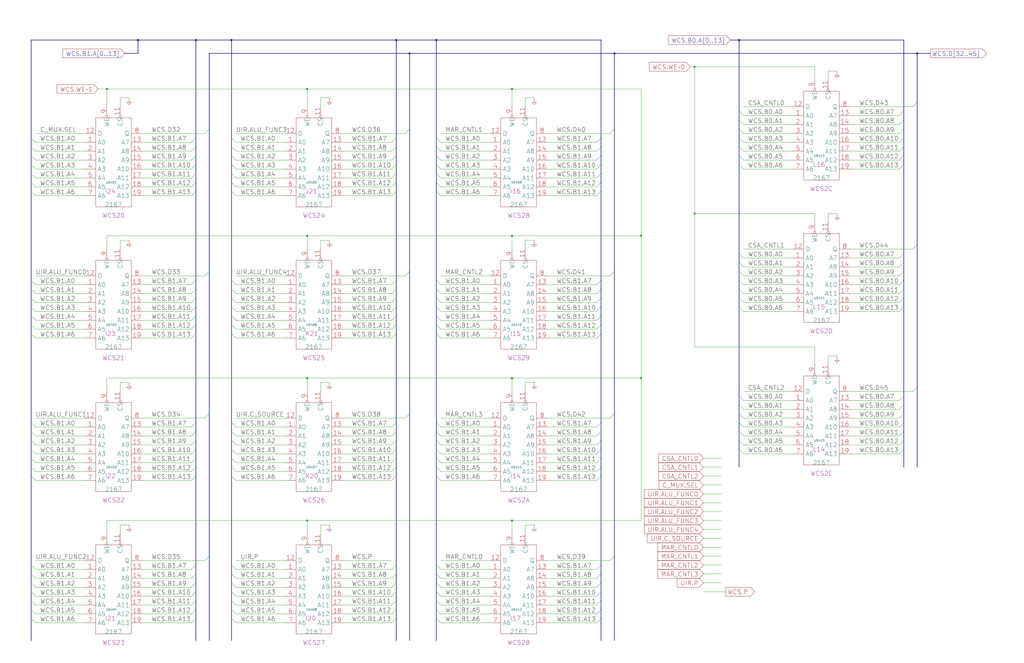
<source format=kicad_sch>
(kicad_sch (version 20230121) (generator eeschema)
  (paper "User" 584.2 378.46)
  (title_block (title "WRITABLE CONTROL STORE\\nWCS BITS 32 TO 45") (date "15-MAR-90") (rev "1.0") (comment 1 "TYPE") (comment 2 "232-003062") (comment 3 "S400") (comment 4 "RELEASED"))
  (junction (at 175.26 297.18))
  (junction (at 175.26 134.62))
  (junction (at 292.1 215.9))
  (junction (at 78.74 22.86))
  (junction (at 396.24 38.1))
  (junction (at 175.26 215.9))
  (junction (at 292.1 50.8))
  (junction (at 132.08 22.86))
  (junction (at 365.76 215.9))
  (junction (at 292.1 297.18))
  (junction (at 396.24 121.92))
  (junction (at 365.76 134.62))
  (junction (at 523.24 30.48))
  (junction (at 421.64 22.86))
  (junction (at 292.1 134.62))
  (junction (at 350.52 30.48))
  (junction (at 248.92 22.86))
  (junction (at 175.26 50.8))
  (junction (at 233.68 30.48))
  (junction (at 226.06 22.86))
  (junction (at 111.76 22.86))
  (junction (at 60.96 50.8))
  (bus_entry (at 226.06 342.9) (size -2.54 2.54))
  (bus_entry (at 111.76 185.42) (size -2.54 2.54))
  (bus_entry (at 342.9 170.18) (size -2.54 2.54))
  (bus_entry (at 342.9 175.26) (size -2.54 2.54))
  (bus_entry (at 17.78 327.66) (size 2.54 2.54))
  (bus_entry (at 515.62 251.46) (size -2.54 2.54))
  (bus_entry (at 17.78 185.42) (size 2.54 2.54))
  (bus_entry (at 111.76 175.26) (size -2.54 2.54))
  (bus_entry (at 248.92 109.22) (size 2.54 2.54))
  (bus_entry (at 132.08 322.58) (size 2.54 2.54))
  (bus_entry (at 342.9 180.34) (size -2.54 2.54))
  (bus_entry (at 111.76 337.82) (size -2.54 2.54))
  (bus_entry (at 248.92 78.74) (size 2.54 2.54))
  (bus_entry (at 342.9 109.22) (size -2.54 2.54))
  (bus_entry (at 17.78 342.9) (size 2.54 2.54))
  (bus_entry (at 342.9 93.98) (size -2.54 2.54))
  (bus_entry (at 226.06 190.5) (size -2.54 2.54))
  (bus_entry (at 248.92 241.3) (size 2.54 2.54))
  (bus_entry (at 226.06 353.06) (size -2.54 2.54))
  (bus_entry (at 342.9 83.82) (size -2.54 2.54))
  (bus_entry (at 515.62 236.22) (size -2.54 2.54))
  (bus_entry (at 350.52 154.94) (size -2.54 2.54))
  (bus_entry (at 132.08 160.02) (size 2.54 2.54))
  (bus_entry (at 421.64 251.46) (size 2.54 2.54))
  (bus_entry (at 119.38 154.94) (size -2.54 2.54))
  (bus_entry (at 226.06 246.38) (size -2.54 2.54))
  (bus_entry (at 132.08 104.14) (size 2.54 2.54))
  (bus_entry (at 132.08 190.5) (size 2.54 2.54))
  (bus_entry (at 342.9 353.06) (size -2.54 2.54))
  (bus_entry (at 119.38 236.22) (size -2.54 2.54))
  (bus_entry (at 132.08 83.82) (size 2.54 2.54))
  (bus_entry (at 515.62 256.54) (size -2.54 2.54))
  (bus_entry (at 342.9 332.74) (size -2.54 2.54))
  (bus_entry (at 226.06 256.54) (size -2.54 2.54))
  (bus_entry (at 515.62 78.74) (size -2.54 2.54))
  (bus_entry (at 17.78 190.5) (size 2.54 2.54))
  (bus_entry (at 226.06 104.14) (size -2.54 2.54))
  (bus_entry (at 119.38 73.66) (size -2.54 2.54))
  (bus_entry (at 111.76 347.98) (size -2.54 2.54))
  (bus_entry (at 248.92 185.42) (size 2.54 2.54))
  (bus_entry (at 111.76 342.9) (size -2.54 2.54))
  (bus_entry (at 111.76 241.3) (size -2.54 2.54))
  (bus_entry (at 132.08 241.3) (size 2.54 2.54))
  (bus_entry (at 248.92 347.98) (size 2.54 2.54))
  (bus_entry (at 132.08 185.42) (size 2.54 2.54))
  (bus_entry (at 421.64 88.9) (size 2.54 2.54))
  (bus_entry (at 226.06 261.62) (size -2.54 2.54))
  (bus_entry (at 17.78 160.02) (size 2.54 2.54))
  (bus_entry (at 17.78 104.14) (size 2.54 2.54))
  (bus_entry (at 515.62 83.82) (size -2.54 2.54))
  (bus_entry (at 132.08 165.1) (size 2.54 2.54))
  (bus_entry (at 248.92 342.9) (size 2.54 2.54))
  (bus_entry (at 226.06 109.22) (size -2.54 2.54))
  (bus_entry (at 421.64 78.74) (size 2.54 2.54))
  (bus_entry (at 515.62 170.18) (size -2.54 2.54))
  (bus_entry (at 17.78 347.98) (size 2.54 2.54))
  (bus_entry (at 342.9 327.66) (size -2.54 2.54))
  (bus_entry (at 17.78 78.74) (size 2.54 2.54))
  (bus_entry (at 226.06 88.9) (size -2.54 2.54))
  (bus_entry (at 111.76 109.22) (size -2.54 2.54))
  (bus_entry (at 17.78 256.54) (size 2.54 2.54))
  (bus_entry (at 111.76 271.78) (size -2.54 2.54))
  (bus_entry (at 421.64 246.38) (size 2.54 2.54))
  (bus_entry (at 17.78 271.78) (size 2.54 2.54))
  (bus_entry (at 111.76 165.1) (size -2.54 2.54))
  (bus_entry (at 248.92 93.98) (size 2.54 2.54))
  (bus_entry (at 233.68 73.66) (size -2.54 2.54))
  (bus_entry (at 132.08 337.82) (size 2.54 2.54))
  (bus_entry (at 17.78 246.38) (size 2.54 2.54))
  (bus_entry (at 515.62 154.94) (size -2.54 2.54))
  (bus_entry (at 342.9 266.7) (size -2.54 2.54))
  (bus_entry (at 248.92 322.58) (size 2.54 2.54))
  (bus_entry (at 132.08 327.66) (size 2.54 2.54))
  (bus_entry (at 226.06 175.26) (size -2.54 2.54))
  (bus_entry (at 523.24 58.42) (size -2.54 2.54))
  (bus_entry (at 248.92 99.06) (size 2.54 2.54))
  (bus_entry (at 226.06 93.98) (size -2.54 2.54))
  (bus_entry (at 248.92 266.7) (size 2.54 2.54))
  (bus_entry (at 248.92 104.14) (size 2.54 2.54))
  (bus_entry (at 515.62 231.14) (size -2.54 2.54))
  (bus_entry (at 421.64 226.06) (size 2.54 2.54))
  (bus_entry (at 226.06 241.3) (size -2.54 2.54))
  (bus_entry (at 17.78 99.06) (size 2.54 2.54))
  (bus_entry (at 342.9 271.78) (size -2.54 2.54))
  (bus_entry (at 421.64 231.14) (size 2.54 2.54))
  (bus_entry (at 132.08 78.74) (size 2.54 2.54))
  (bus_entry (at 421.64 83.82) (size 2.54 2.54))
  (bus_entry (at 421.64 154.94) (size 2.54 2.54))
  (bus_entry (at 342.9 78.74) (size -2.54 2.54))
  (bus_entry (at 248.92 256.54) (size 2.54 2.54))
  (bus_entry (at 226.06 83.82) (size -2.54 2.54))
  (bus_entry (at 132.08 88.9) (size 2.54 2.54))
  (bus_entry (at 17.78 322.58) (size 2.54 2.54))
  (bus_entry (at 523.24 139.7) (size -2.54 2.54))
  (bus_entry (at 248.92 160.02) (size 2.54 2.54))
  (bus_entry (at 226.06 180.34) (size -2.54 2.54))
  (bus_entry (at 226.06 165.1) (size -2.54 2.54))
  (bus_entry (at 17.78 337.82) (size 2.54 2.54))
  (bus_entry (at 226.06 251.46) (size -2.54 2.54))
  (bus_entry (at 226.06 185.42) (size -2.54 2.54))
  (bus_entry (at 342.9 99.06) (size -2.54 2.54))
  (bus_entry (at 119.38 317.5) (size -2.54 2.54))
  (bus_entry (at 226.06 347.98) (size -2.54 2.54))
  (bus_entry (at 132.08 271.78) (size 2.54 2.54))
  (bus_entry (at 342.9 88.9) (size -2.54 2.54))
  (bus_entry (at 350.52 317.5) (size -2.54 2.54))
  (bus_entry (at 132.08 180.34) (size 2.54 2.54))
  (bus_entry (at 226.06 327.66) (size -2.54 2.54))
  (bus_entry (at 248.92 261.62) (size 2.54 2.54))
  (bus_entry (at 421.64 256.54) (size 2.54 2.54))
  (bus_entry (at 248.92 170.18) (size 2.54 2.54))
  (bus_entry (at 248.92 337.82) (size 2.54 2.54))
  (bus_entry (at 515.62 73.66) (size -2.54 2.54))
  (bus_entry (at 421.64 63.5) (size 2.54 2.54))
  (bus_entry (at 248.92 165.1) (size 2.54 2.54))
  (bus_entry (at 111.76 99.06) (size -2.54 2.54))
  (bus_entry (at 515.62 63.5) (size -2.54 2.54))
  (bus_entry (at 342.9 104.14) (size -2.54 2.54))
  (bus_entry (at 342.9 246.38) (size -2.54 2.54))
  (bus_entry (at 17.78 93.98) (size 2.54 2.54))
  (bus_entry (at 132.08 261.62) (size 2.54 2.54))
  (bus_entry (at 111.76 353.06) (size -2.54 2.54))
  (bus_entry (at 523.24 220.98) (size -2.54 2.54))
  (bus_entry (at 17.78 251.46) (size 2.54 2.54))
  (bus_entry (at 342.9 160.02) (size -2.54 2.54))
  (bus_entry (at 17.78 180.34) (size 2.54 2.54))
  (bus_entry (at 111.76 190.5) (size -2.54 2.54))
  (bus_entry (at 111.76 104.14) (size -2.54 2.54))
  (bus_entry (at 421.64 175.26) (size 2.54 2.54))
  (bus_entry (at 342.9 342.9) (size -2.54 2.54))
  (bus_entry (at 515.62 88.9) (size -2.54 2.54))
  (bus_entry (at 132.08 256.54) (size 2.54 2.54))
  (bus_entry (at 342.9 165.1) (size -2.54 2.54))
  (bus_entry (at 17.78 109.22) (size 2.54 2.54))
  (bus_entry (at 515.62 149.86) (size -2.54 2.54))
  (bus_entry (at 421.64 160.02) (size 2.54 2.54))
  (bus_entry (at 111.76 78.74) (size -2.54 2.54))
  (bus_entry (at 111.76 88.9) (size -2.54 2.54))
  (bus_entry (at 226.06 271.78) (size -2.54 2.54))
  (bus_entry (at 515.62 241.3) (size -2.54 2.54))
  (bus_entry (at 226.06 160.02) (size -2.54 2.54))
  (bus_entry (at 342.9 322.58) (size -2.54 2.54))
  (bus_entry (at 226.06 78.74) (size -2.54 2.54))
  (bus_entry (at 421.64 236.22) (size 2.54 2.54))
  (bus_entry (at 132.08 266.7) (size 2.54 2.54))
  (bus_entry (at 111.76 180.34) (size -2.54 2.54))
  (bus_entry (at 515.62 68.58) (size -2.54 2.54))
  (bus_entry (at 233.68 236.22) (size -2.54 2.54))
  (bus_entry (at 132.08 93.98) (size 2.54 2.54))
  (bus_entry (at 248.92 332.74) (size 2.54 2.54))
  (bus_entry (at 515.62 144.78) (size -2.54 2.54))
  (bus_entry (at 17.78 175.26) (size 2.54 2.54))
  (bus_entry (at 342.9 261.62) (size -2.54 2.54))
  (bus_entry (at 248.92 190.5) (size 2.54 2.54))
  (bus_entry (at 342.9 337.82) (size -2.54 2.54))
  (bus_entry (at 132.08 246.38) (size 2.54 2.54))
  (bus_entry (at 515.62 246.38) (size -2.54 2.54))
  (bus_entry (at 421.64 149.86) (size 2.54 2.54))
  (bus_entry (at 226.06 337.82) (size -2.54 2.54))
  (bus_entry (at 111.76 160.02) (size -2.54 2.54))
  (bus_entry (at 111.76 93.98) (size -2.54 2.54))
  (bus_entry (at 17.78 332.74) (size 2.54 2.54))
  (bus_entry (at 111.76 256.54) (size -2.54 2.54))
  (bus_entry (at 350.52 73.66) (size -2.54 2.54))
  (bus_entry (at 132.08 332.74) (size 2.54 2.54))
  (bus_entry (at 515.62 93.98) (size -2.54 2.54))
  (bus_entry (at 248.92 353.06) (size 2.54 2.54))
  (bus_entry (at 226.06 322.58) (size -2.54 2.54))
  (bus_entry (at 17.78 261.62) (size 2.54 2.54))
  (bus_entry (at 421.64 170.18) (size 2.54 2.54))
  (bus_entry (at 342.9 241.3) (size -2.54 2.54))
  (bus_entry (at 342.9 347.98) (size -2.54 2.54))
  (bus_entry (at 248.92 327.66) (size 2.54 2.54))
  (bus_entry (at 132.08 170.18) (size 2.54 2.54))
  (bus_entry (at 248.92 180.34) (size 2.54 2.54))
  (bus_entry (at 111.76 83.82) (size -2.54 2.54))
  (bus_entry (at 421.64 165.1) (size 2.54 2.54))
  (bus_entry (at 248.92 246.38) (size 2.54 2.54))
  (bus_entry (at 226.06 99.06) (size -2.54 2.54))
  (bus_entry (at 515.62 160.02) (size -2.54 2.54))
  (bus_entry (at 132.08 353.06) (size 2.54 2.54))
  (bus_entry (at 111.76 170.18) (size -2.54 2.54))
  (bus_entry (at 111.76 246.38) (size -2.54 2.54))
  (bus_entry (at 515.62 226.06) (size -2.54 2.54))
  (bus_entry (at 421.64 68.58) (size 2.54 2.54))
  (bus_entry (at 111.76 266.7) (size -2.54 2.54))
  (bus_entry (at 17.78 170.18) (size 2.54 2.54))
  (bus_entry (at 421.64 93.98) (size 2.54 2.54))
  (bus_entry (at 17.78 266.7) (size 2.54 2.54))
  (bus_entry (at 515.62 165.1) (size -2.54 2.54))
  (bus_entry (at 17.78 241.3) (size 2.54 2.54))
  (bus_entry (at 421.64 241.3) (size 2.54 2.54))
  (bus_entry (at 17.78 353.06) (size 2.54 2.54))
  (bus_entry (at 17.78 165.1) (size 2.54 2.54))
  (bus_entry (at 233.68 154.94) (size -2.54 2.54))
  (bus_entry (at 226.06 170.18) (size -2.54 2.54))
  (bus_entry (at 111.76 322.58) (size -2.54 2.54))
  (bus_entry (at 226.06 332.74) (size -2.54 2.54))
  (bus_entry (at 132.08 175.26) (size 2.54 2.54))
  (bus_entry (at 350.52 236.22) (size -2.54 2.54))
  (bus_entry (at 132.08 342.9) (size 2.54 2.54))
  (bus_entry (at 248.92 175.26) (size 2.54 2.54))
  (bus_entry (at 342.9 190.5) (size -2.54 2.54))
  (bus_entry (at 421.64 73.66) (size 2.54 2.54))
  (bus_entry (at 248.92 271.78) (size 2.54 2.54))
  (bus_entry (at 111.76 327.66) (size -2.54 2.54))
  (bus_entry (at 111.76 251.46) (size -2.54 2.54))
  (bus_entry (at 132.08 99.06) (size 2.54 2.54))
  (bus_entry (at 248.92 251.46) (size 2.54 2.54))
  (bus_entry (at 248.92 88.9) (size 2.54 2.54))
  (bus_entry (at 248.92 83.82) (size 2.54 2.54))
  (bus_entry (at 226.06 266.7) (size -2.54 2.54))
  (bus_entry (at 17.78 83.82) (size 2.54 2.54))
  (bus_entry (at 515.62 175.26) (size -2.54 2.54))
  (bus_entry (at 342.9 185.42) (size -2.54 2.54))
  (bus_entry (at 111.76 261.62) (size -2.54 2.54))
  (bus_entry (at 132.08 109.22) (size 2.54 2.54))
  (bus_entry (at 421.64 144.78) (size 2.54 2.54))
  (bus_entry (at 342.9 256.54) (size -2.54 2.54))
  (bus_entry (at 132.08 251.46) (size 2.54 2.54))
  (bus_entry (at 17.78 88.9) (size 2.54 2.54))
  (bus_entry (at 111.76 332.74) (size -2.54 2.54))
  (bus_entry (at 132.08 347.98) (size 2.54 2.54))
  (bus_entry (at 342.9 251.46) (size -2.54 2.54))
  (bus (pts (xy 342.9 190.5) (xy 342.9 241.3)))
  (wire (pts (xy 312.42 238.76) (xy 347.98 238.76)))
  (wire (pts (xy 424.18 96.52) (xy 452.12 96.52)))
  (wire (pts (xy 175.26 134.62) (xy 292.1 134.62)))
  (bus (pts (xy 248.92 327.66) (xy 248.92 332.74)))
  (bus (pts (xy 233.68 236.22) (xy 233.68 365.76)))
  (wire (pts (xy 312.42 172.72) (xy 340.36 172.72)))
  (bus (pts (xy 132.08 342.9) (xy 132.08 347.98)))
  (wire (pts (xy 134.62 355.6) (xy 162.56 355.6)))
  (wire (pts (xy 312.42 157.48) (xy 347.98 157.48)))
  (wire (pts (xy 312.42 269.24) (xy 340.36 269.24)))
  (wire (pts (xy 424.18 86.36) (xy 452.12 86.36)))
  (wire (pts (xy 251.46 269.24) (xy 279.4 269.24)))
  (wire (pts (xy 20.32 238.76) (xy 48.26 238.76)))
  (wire (pts (xy 251.46 91.44) (xy 279.4 91.44)))
  (wire (pts (xy 424.18 228.6) (xy 452.12 228.6)))
  (bus (pts (xy 226.06 78.74) (xy 226.06 83.82)))
  (bus (pts (xy 421.64 226.06) (xy 421.64 231.14)))
  (bus (pts (xy 421.64 231.14) (xy 421.64 236.22)))
  (bus (pts (xy 132.08 175.26) (xy 132.08 180.34)))
  (wire (pts (xy 134.62 157.48) (xy 162.56 157.48)))
  (wire (pts (xy 195.58 177.8) (xy 223.52 177.8)))
  (bus (pts (xy 342.9 327.66) (xy 342.9 332.74)))
  (bus (pts (xy 342.9 165.1) (xy 342.9 170.18)))
  (wire (pts (xy 251.46 243.84) (xy 279.4 243.84)))
  (wire (pts (xy 20.32 325.12) (xy 48.26 325.12)))
  (wire (pts (xy 195.58 325.12) (xy 223.52 325.12)))
  (bus (pts (xy 132.08 271.78) (xy 132.08 322.58)))
  (wire (pts (xy 20.32 335.28) (xy 48.26 335.28)))
  (wire (pts (xy 134.62 187.96) (xy 162.56 187.96)))
  (wire (pts (xy 424.18 238.76) (xy 452.12 238.76)))
  (bus (pts (xy 17.78 353.06) (xy 17.78 365.76)))
  (bus (pts (xy 119.38 30.48) (xy 119.38 73.66)))
  (wire (pts (xy 401.32 327.66) (xy 411.48 327.66)))
  (bus (pts (xy 515.62 256.54) (xy 515.62 266.7)))
  (bus (pts (xy 342.9 93.98) (xy 342.9 99.06)))
  (bus (pts (xy 523.24 30.48) (xy 523.24 58.42)))
  (bus (pts (xy 111.76 327.66) (xy 111.76 332.74)))
  (bus (pts (xy 515.62 88.9) (xy 515.62 93.98)))
  (bus (pts (xy 226.06 104.14) (xy 226.06 109.22)))
  (bus (pts (xy 17.78 266.7) (xy 17.78 271.78)))
  (wire (pts (xy 472.44 203.2) (xy 477.52 203.2)))
  (wire (pts (xy 485.14 243.84) (xy 513.08 243.84)))
  (bus (pts (xy 226.06 327.66) (xy 226.06 332.74)))
  (wire (pts (xy 81.28 193.04) (xy 109.22 193.04)))
  (wire (pts (xy 485.14 96.52) (xy 513.08 96.52)))
  (wire (pts (xy 251.46 238.76) (xy 279.4 238.76)))
  (wire (pts (xy 485.14 91.44) (xy 513.08 91.44)))
  (bus (pts (xy 111.76 99.06) (xy 111.76 104.14)))
  (wire (pts (xy 312.42 355.6) (xy 340.36 355.6)))
  (bus (pts (xy 248.92 99.06) (xy 248.92 104.14)))
  (wire (pts (xy 134.62 345.44) (xy 162.56 345.44)))
  (wire (pts (xy 251.46 248.92) (xy 279.4 248.92)))
  (bus (pts (xy 421.64 251.46) (xy 421.64 256.54)))
  (wire (pts (xy 299.72 304.8) (xy 299.72 299.72)))
  (wire (pts (xy 20.32 274.32) (xy 48.26 274.32)))
  (wire (pts (xy 312.42 96.52) (xy 340.36 96.52)))
  (bus (pts (xy 17.78 347.98) (xy 17.78 353.06)))
  (bus (pts (xy 248.92 266.7) (xy 248.92 271.78)))
  (bus (pts (xy 342.9 271.78) (xy 342.9 322.58)))
  (wire (pts (xy 175.26 50.8) (xy 292.1 50.8)))
  (bus (pts (xy 342.9 83.82) (xy 342.9 88.9)))
  (wire (pts (xy 134.62 248.92) (xy 162.56 248.92)))
  (bus (pts (xy 421.64 241.3) (xy 421.64 246.38)))
  (wire (pts (xy 299.72 55.88) (xy 304.8 55.88)))
  (wire (pts (xy 20.32 340.36) (xy 48.26 340.36)))
  (wire (pts (xy 81.28 340.36) (xy 109.22 340.36)))
  (bus (pts (xy 111.76 160.02) (xy 111.76 165.1)))
  (wire (pts (xy 81.28 254) (xy 109.22 254)))
  (wire (pts (xy 401.32 307.34) (xy 411.48 307.34)))
  (wire (pts (xy 20.32 81.28) (xy 48.26 81.28)))
  (wire (pts (xy 401.32 312.42) (xy 411.48 312.42)))
  (wire (pts (xy 312.42 106.68) (xy 340.36 106.68)))
  (bus (pts (xy 342.9 251.46) (xy 342.9 256.54)))
  (wire (pts (xy 20.32 259.08) (xy 48.26 259.08)))
  (wire (pts (xy 195.58 254) (xy 223.52 254)))
  (bus (pts (xy 233.68 154.94) (xy 233.68 236.22)))
  (wire (pts (xy 195.58 193.04) (xy 223.52 193.04)))
  (bus (pts (xy 119.38 154.94) (xy 119.38 236.22)))
  (bus (pts (xy 342.9 160.02) (xy 342.9 165.1)))
  (wire (pts (xy 312.42 274.32) (xy 340.36 274.32)))
  (bus (pts (xy 226.06 22.86) (xy 248.92 22.86)))
  (wire (pts (xy 312.42 259.08) (xy 340.36 259.08)))
  (wire (pts (xy 401.32 292.1) (xy 411.48 292.1)))
  (bus (pts (xy 248.92 83.82) (xy 248.92 88.9)))
  (wire (pts (xy 134.62 162.56) (xy 162.56 162.56)))
  (bus (pts (xy 111.76 251.46) (xy 111.76 256.54)))
  (bus (pts (xy 342.9 353.06) (xy 342.9 365.76)))
  (wire (pts (xy 81.28 274.32) (xy 109.22 274.32)))
  (bus (pts (xy 421.64 88.9) (xy 421.64 93.98)))
  (wire (pts (xy 81.28 350.52) (xy 109.22 350.52)))
  (bus (pts (xy 515.62 175.26) (xy 515.62 226.06)))
  (bus (pts (xy 421.64 22.86) (xy 515.62 22.86)))
  (bus (pts (xy 111.76 185.42) (xy 111.76 190.5)))
  (wire (pts (xy 485.14 76.2) (xy 513.08 76.2)))
  (wire (pts (xy 182.88 223.52) (xy 182.88 218.44)))
  (wire (pts (xy 68.58 299.72) (xy 73.66 299.72)))
  (wire (pts (xy 424.18 259.08) (xy 452.12 259.08)))
  (wire (pts (xy 20.32 182.88) (xy 48.26 182.88)))
  (bus (pts (xy 132.08 109.22) (xy 132.08 160.02)))
  (bus (pts (xy 226.06 322.58) (xy 226.06 327.66)))
  (bus (pts (xy 111.76 88.9) (xy 111.76 93.98)))
  (bus (pts (xy 17.78 104.14) (xy 17.78 109.22)))
  (bus (pts (xy 111.76 332.74) (xy 111.76 337.82)))
  (wire (pts (xy 365.76 297.18) (xy 365.76 215.9)))
  (wire (pts (xy 424.18 76.2) (xy 452.12 76.2)))
  (bus (pts (xy 132.08 256.54) (xy 132.08 261.62)))
  (wire (pts (xy 195.58 345.44) (xy 223.52 345.44)))
  (bus (pts (xy 111.76 170.18) (xy 111.76 175.26)))
  (bus (pts (xy 111.76 241.3) (xy 111.76 246.38)))
  (wire (pts (xy 299.72 60.96) (xy 299.72 55.88)))
  (bus (pts (xy 111.76 180.34) (xy 111.76 185.42)))
  (wire (pts (xy 68.58 142.24) (xy 68.58 137.16)))
  (wire (pts (xy 81.28 86.36) (xy 109.22 86.36)))
  (wire (pts (xy 292.1 297.18) (xy 292.1 304.8)))
  (wire (pts (xy 312.42 111.76) (xy 340.36 111.76)))
  (bus (pts (xy 17.78 175.26) (xy 17.78 180.34)))
  (wire (pts (xy 251.46 320.04) (xy 279.4 320.04)))
  (wire (pts (xy 312.42 193.04) (xy 340.36 193.04)))
  (wire (pts (xy 365.76 50.8) (xy 365.76 134.62)))
  (wire (pts (xy 401.32 287.02) (xy 411.48 287.02)))
  (bus (pts (xy 17.78 327.66) (xy 17.78 332.74)))
  (bus (pts (xy 132.08 170.18) (xy 132.08 175.26)))
  (bus (pts (xy 416.56 22.86) (xy 421.64 22.86)))
  (bus (pts (xy 248.92 170.18) (xy 248.92 175.26)))
  (bus (pts (xy 226.06 261.62) (xy 226.06 266.7)))
  (bus (pts (xy 248.92 88.9) (xy 248.92 93.98)))
  (bus (pts (xy 421.64 160.02) (xy 421.64 165.1)))
  (bus (pts (xy 421.64 83.82) (xy 421.64 88.9)))
  (wire (pts (xy 312.42 162.56) (xy 340.36 162.56)))
  (wire (pts (xy 485.14 238.76) (xy 513.08 238.76)))
  (wire (pts (xy 134.62 335.28) (xy 162.56 335.28)))
  (bus (pts (xy 111.76 256.54) (xy 111.76 261.62)))
  (wire (pts (xy 424.18 71.12) (xy 452.12 71.12)))
  (bus (pts (xy 17.78 185.42) (xy 17.78 190.5)))
  (wire (pts (xy 81.28 264.16) (xy 109.22 264.16)))
  (wire (pts (xy 81.28 76.2) (xy 116.84 76.2)))
  (bus (pts (xy 17.78 109.22) (xy 17.78 160.02)))
  (wire (pts (xy 81.28 182.88) (xy 109.22 182.88)))
  (bus (pts (xy 233.68 73.66) (xy 233.68 154.94)))
  (wire (pts (xy 81.28 167.64) (xy 109.22 167.64)))
  (bus (pts (xy 78.74 30.48) (xy 78.74 22.86)))
  (bus (pts (xy 17.78 322.58) (xy 17.78 327.66)))
  (bus (pts (xy 342.9 332.74) (xy 342.9 337.82)))
  (wire (pts (xy 424.18 152.4) (xy 452.12 152.4)))
  (bus (pts (xy 111.76 22.86) (xy 132.08 22.86)))
  (wire (pts (xy 134.62 259.08) (xy 162.56 259.08)))
  (bus (pts (xy 421.64 256.54) (xy 421.64 266.7)))
  (wire (pts (xy 134.62 76.2) (xy 162.56 76.2)))
  (wire (pts (xy 251.46 340.36) (xy 279.4 340.36)))
  (wire (pts (xy 81.28 345.44) (xy 109.22 345.44)))
  (wire (pts (xy 251.46 345.44) (xy 279.4 345.44)))
  (wire (pts (xy 20.32 254) (xy 48.26 254)))
  (wire (pts (xy 251.46 193.04) (xy 279.4 193.04)))
  (bus (pts (xy 17.78 246.38) (xy 17.78 251.46)))
  (wire (pts (xy 251.46 101.6) (xy 279.4 101.6)))
  (bus (pts (xy 111.76 190.5) (xy 111.76 241.3)))
  (wire (pts (xy 134.62 81.28) (xy 162.56 81.28)))
  (wire (pts (xy 485.14 177.8) (xy 513.08 177.8)))
  (wire (pts (xy 20.32 177.8) (xy 48.26 177.8)))
  (wire (pts (xy 485.14 81.28) (xy 513.08 81.28)))
  (bus (pts (xy 233.68 30.48) (xy 233.68 73.66)))
  (wire (pts (xy 251.46 254) (xy 279.4 254)))
  (bus (pts (xy 226.06 342.9) (xy 226.06 347.98)))
  (wire (pts (xy 195.58 340.36) (xy 223.52 340.36)))
  (wire (pts (xy 292.1 215.9) (xy 175.26 215.9)))
  (wire (pts (xy 464.82 198.12) (xy 396.24 198.12)))
  (bus (pts (xy 421.64 22.86) (xy 421.64 63.5)))
  (wire (pts (xy 464.82 198.12) (xy 464.82 208.28)))
  (bus (pts (xy 421.64 154.94) (xy 421.64 160.02)))
  (wire (pts (xy 134.62 111.76) (xy 162.56 111.76)))
  (bus (pts (xy 421.64 93.98) (xy 421.64 144.78)))
  (wire (pts (xy 20.32 269.24) (xy 48.26 269.24)))
  (bus (pts (xy 17.78 180.34) (xy 17.78 185.42)))
  (wire (pts (xy 312.42 76.2) (xy 347.98 76.2)))
  (wire (pts (xy 195.58 167.64) (xy 223.52 167.64)))
  (wire (pts (xy 424.18 60.96) (xy 452.12 60.96)))
  (bus (pts (xy 132.08 88.9) (xy 132.08 93.98)))
  (wire (pts (xy 182.88 299.72) (xy 187.96 299.72)))
  (wire (pts (xy 424.18 147.32) (xy 452.12 147.32)))
  (wire (pts (xy 424.18 177.8) (xy 452.12 177.8)))
  (wire (pts (xy 424.18 254) (xy 452.12 254)))
  (wire (pts (xy 195.58 269.24) (xy 223.52 269.24)))
  (bus (pts (xy 248.92 93.98) (xy 248.92 99.06)))
  (wire (pts (xy 134.62 193.04) (xy 162.56 193.04)))
  (bus (pts (xy 226.06 256.54) (xy 226.06 261.62)))
  (bus (pts (xy 342.9 170.18) (xy 342.9 175.26)))
  (bus (pts (xy 226.06 332.74) (xy 226.06 337.82)))
  (wire (pts (xy 60.96 134.62) (xy 60.96 142.24)))
  (wire (pts (xy 134.62 101.6) (xy 162.56 101.6)))
  (wire (pts (xy 424.18 142.24) (xy 452.12 142.24)))
  (wire (pts (xy 312.42 177.8) (xy 340.36 177.8)))
  (bus (pts (xy 421.64 144.78) (xy 421.64 149.86)))
  (wire (pts (xy 393.7 38.1) (xy 396.24 38.1)))
  (wire (pts (xy 195.58 248.92) (xy 223.52 248.92)))
  (wire (pts (xy 424.18 172.72) (xy 452.12 172.72)))
  (wire (pts (xy 81.28 177.8) (xy 109.22 177.8)))
  (wire (pts (xy 20.32 320.04) (xy 48.26 320.04)))
  (bus (pts (xy 226.06 251.46) (xy 226.06 256.54)))
  (bus (pts (xy 342.9 266.7) (xy 342.9 271.78)))
  (wire (pts (xy 195.58 274.32) (xy 223.52 274.32)))
  (wire (pts (xy 60.96 134.62) (xy 175.26 134.62)))
  (bus (pts (xy 248.92 160.02) (xy 248.92 165.1)))
  (bus (pts (xy 515.62 149.86) (xy 515.62 154.94)))
  (wire (pts (xy 251.46 355.6) (xy 279.4 355.6)))
  (wire (pts (xy 134.62 106.68) (xy 162.56 106.68)))
  (bus (pts (xy 132.08 160.02) (xy 132.08 165.1)))
  (bus (pts (xy 515.62 160.02) (xy 515.62 165.1)))
  (wire (pts (xy 81.28 259.08) (xy 109.22 259.08)))
  (bus (pts (xy 350.52 236.22) (xy 350.52 317.5)))
  (wire (pts (xy 485.14 86.36) (xy 513.08 86.36)))
  (wire (pts (xy 299.72 142.24) (xy 299.72 137.16)))
  (bus (pts (xy 17.78 99.06) (xy 17.78 104.14)))
  (wire (pts (xy 81.28 243.84) (xy 109.22 243.84)))
  (wire (pts (xy 396.24 121.92) (xy 464.82 121.92)))
  (wire (pts (xy 68.58 304.8) (xy 68.58 299.72)))
  (bus (pts (xy 515.62 236.22) (xy 515.62 241.3)))
  (wire (pts (xy 60.96 50.8) (xy 175.26 50.8)))
  (wire (pts (xy 251.46 259.08) (xy 279.4 259.08)))
  (bus (pts (xy 515.62 83.82) (xy 515.62 88.9)))
  (bus (pts (xy 226.06 93.98) (xy 226.06 99.06)))
  (bus (pts (xy 111.76 175.26) (xy 111.76 180.34)))
  (wire (pts (xy 134.62 172.72) (xy 162.56 172.72)))
  (wire (pts (xy 68.58 137.16) (xy 73.66 137.16)))
  (wire (pts (xy 396.24 38.1) (xy 464.82 38.1)))
  (bus (pts (xy 515.62 144.78) (xy 515.62 149.86)))
  (wire (pts (xy 312.42 86.36) (xy 340.36 86.36)))
  (wire (pts (xy 195.58 330.2) (xy 223.52 330.2)))
  (bus (pts (xy 515.62 246.38) (xy 515.62 251.46)))
  (wire (pts (xy 251.46 187.96) (xy 279.4 187.96)))
  (wire (pts (xy 134.62 350.52) (xy 162.56 350.52)))
  (wire (pts (xy 365.76 134.62) (xy 365.76 215.9)))
  (bus (pts (xy 248.92 185.42) (xy 248.92 190.5)))
  (wire (pts (xy 20.32 264.16) (xy 48.26 264.16)))
  (wire (pts (xy 312.42 335.28) (xy 340.36 335.28)))
  (wire (pts (xy 312.42 350.52) (xy 340.36 350.52)))
  (bus (pts (xy 111.76 165.1) (xy 111.76 170.18)))
  (wire (pts (xy 312.42 264.16) (xy 340.36 264.16)))
  (wire (pts (xy 81.28 162.56) (xy 109.22 162.56)))
  (bus (pts (xy 515.62 154.94) (xy 515.62 160.02)))
  (wire (pts (xy 81.28 101.6) (xy 109.22 101.6)))
  (wire (pts (xy 20.32 187.96) (xy 48.26 187.96)))
  (wire (pts (xy 195.58 187.96) (xy 223.52 187.96)))
  (bus (pts (xy 342.9 246.38) (xy 342.9 251.46)))
  (bus (pts (xy 132.08 251.46) (xy 132.08 256.54)))
  (wire (pts (xy 401.32 271.78) (xy 411.48 271.78)))
  (wire (pts (xy 68.58 218.44) (xy 73.66 218.44)))
  (bus (pts (xy 226.06 353.06) (xy 226.06 365.76)))
  (wire (pts (xy 20.32 162.56) (xy 48.26 162.56)))
  (wire (pts (xy 195.58 182.88) (xy 223.52 182.88)))
  (wire (pts (xy 81.28 269.24) (xy 109.22 269.24)))
  (wire (pts (xy 134.62 243.84) (xy 162.56 243.84)))
  (wire (pts (xy 401.32 261.62) (xy 411.48 261.62)))
  (wire (pts (xy 134.62 254) (xy 162.56 254)))
  (bus (pts (xy 111.76 322.58) (xy 111.76 327.66)))
  (wire (pts (xy 55.88 50.8) (xy 60.96 50.8)))
  (wire (pts (xy 251.46 177.8) (xy 279.4 177.8)))
  (bus (pts (xy 17.78 22.86) (xy 17.78 78.74)))
  (wire (pts (xy 485.14 71.12) (xy 513.08 71.12)))
  (bus (pts (xy 17.78 261.62) (xy 17.78 266.7)))
  (wire (pts (xy 485.14 223.52) (xy 520.7 223.52)))
  (wire (pts (xy 485.14 228.6) (xy 513.08 228.6)))
  (bus (pts (xy 132.08 322.58) (xy 132.08 327.66)))
  (wire (pts (xy 424.18 248.92) (xy 452.12 248.92)))
  (wire (pts (xy 401.32 297.18) (xy 411.48 297.18)))
  (bus (pts (xy 132.08 22.86) (xy 132.08 78.74)))
  (bus (pts (xy 248.92 246.38) (xy 248.92 251.46)))
  (wire (pts (xy 251.46 325.12) (xy 279.4 325.12)))
  (bus (pts (xy 17.78 93.98) (xy 17.78 99.06)))
  (bus (pts (xy 226.06 337.82) (xy 226.06 342.9)))
  (bus (pts (xy 111.76 104.14) (xy 111.76 109.22)))
  (bus (pts (xy 132.08 332.74) (xy 132.08 337.82)))
  (bus (pts (xy 226.06 170.18) (xy 226.06 175.26)))
  (wire (pts (xy 195.58 91.44) (xy 223.52 91.44)))
  (bus (pts (xy 226.06 266.7) (xy 226.06 271.78)))
  (bus (pts (xy 132.08 99.06) (xy 132.08 104.14)))
  (wire (pts (xy 81.28 81.28) (xy 109.22 81.28)))
  (wire (pts (xy 81.28 111.76) (xy 109.22 111.76)))
  (wire (pts (xy 81.28 238.76) (xy 116.84 238.76)))
  (wire (pts (xy 292.1 134.62) (xy 292.1 142.24)))
  (wire (pts (xy 485.14 152.4) (xy 513.08 152.4)))
  (bus (pts (xy 421.64 246.38) (xy 421.64 251.46)))
  (bus (pts (xy 515.62 241.3) (xy 515.62 246.38)))
  (wire (pts (xy 134.62 264.16) (xy 162.56 264.16)))
  (wire (pts (xy 485.14 142.24) (xy 520.7 142.24)))
  (bus (pts (xy 111.76 83.82) (xy 111.76 88.9)))
  (bus (pts (xy 17.78 160.02) (xy 17.78 165.1)))
  (wire (pts (xy 251.46 111.76) (xy 279.4 111.76)))
  (bus (pts (xy 111.76 337.82) (xy 111.76 342.9)))
  (wire (pts (xy 472.44 208.28) (xy 472.44 203.2)))
  (bus (pts (xy 17.78 165.1) (xy 17.78 170.18)))
  (wire (pts (xy 424.18 157.48) (xy 452.12 157.48)))
  (bus (pts (xy 248.92 251.46) (xy 248.92 256.54)))
  (bus (pts (xy 17.78 78.74) (xy 17.78 83.82)))
  (bus (pts (xy 248.92 109.22) (xy 248.92 160.02)))
  (bus (pts (xy 421.64 149.86) (xy 421.64 154.94)))
  (bus (pts (xy 226.06 160.02) (xy 226.06 165.1)))
  (wire (pts (xy 251.46 335.28) (xy 279.4 335.28)))
  (bus (pts (xy 111.76 261.62) (xy 111.76 266.7)))
  (wire (pts (xy 134.62 177.8) (xy 162.56 177.8)))
  (bus (pts (xy 421.64 165.1) (xy 421.64 170.18)))
  (wire (pts (xy 251.46 106.68) (xy 279.4 106.68)))
  (bus (pts (xy 248.92 261.62) (xy 248.92 266.7)))
  (bus (pts (xy 17.78 251.46) (xy 17.78 256.54)))
  (wire (pts (xy 134.62 86.36) (xy 162.56 86.36)))
  (wire (pts (xy 20.32 111.76) (xy 48.26 111.76)))
  (bus (pts (xy 17.78 22.86) (xy 78.74 22.86)))
  (wire (pts (xy 60.96 297.18) (xy 60.96 304.8)))
  (bus (pts (xy 248.92 347.98) (xy 248.92 353.06)))
  (wire (pts (xy 299.72 218.44) (xy 304.8 218.44)))
  (bus (pts (xy 226.06 83.82) (xy 226.06 88.9)))
  (bus (pts (xy 132.08 78.74) (xy 132.08 83.82)))
  (wire (pts (xy 472.44 40.64) (xy 477.52 40.64)))
  (wire (pts (xy 20.32 101.6) (xy 48.26 101.6)))
  (wire (pts (xy 251.46 182.88) (xy 279.4 182.88)))
  (bus (pts (xy 515.62 68.58) (xy 515.62 73.66)))
  (bus (pts (xy 248.92 165.1) (xy 248.92 170.18)))
  (bus (pts (xy 111.76 266.7) (xy 111.76 271.78)))
  (wire (pts (xy 20.32 355.6) (xy 48.26 355.6)))
  (bus (pts (xy 515.62 251.46) (xy 515.62 256.54)))
  (wire (pts (xy 175.26 134.62) (xy 175.26 142.24)))
  (bus (pts (xy 119.38 236.22) (xy 119.38 317.5)))
  (bus (pts (xy 248.92 332.74) (xy 248.92 337.82)))
  (wire (pts (xy 251.46 162.56) (xy 279.4 162.56)))
  (bus (pts (xy 515.62 226.06) (xy 515.62 231.14)))
  (wire (pts (xy 485.14 248.92) (xy 513.08 248.92)))
  (wire (pts (xy 20.32 96.52) (xy 48.26 96.52)))
  (wire (pts (xy 292.1 297.18) (xy 365.76 297.18)))
  (wire (pts (xy 81.28 157.48) (xy 116.84 157.48)))
  (wire (pts (xy 401.32 302.26) (xy 411.48 302.26)))
  (bus (pts (xy 226.06 109.22) (xy 226.06 160.02)))
  (wire (pts (xy 424.18 233.68) (xy 452.12 233.68)))
  (bus (pts (xy 342.9 347.98) (xy 342.9 353.06)))
  (bus (pts (xy 119.38 317.5) (xy 119.38 365.76)))
  (bus (pts (xy 132.08 241.3) (xy 132.08 246.38)))
  (wire (pts (xy 81.28 355.6) (xy 109.22 355.6)))
  (wire (pts (xy 251.46 172.72) (xy 279.4 172.72)))
  (bus (pts (xy 421.64 78.74) (xy 421.64 83.82)))
  (bus (pts (xy 248.92 241.3) (xy 248.92 246.38)))
  (wire (pts (xy 472.44 121.92) (xy 477.52 121.92)))
  (bus (pts (xy 248.92 175.26) (xy 248.92 180.34)))
  (bus (pts (xy 421.64 63.5) (xy 421.64 68.58)))
  (bus (pts (xy 515.62 170.18) (xy 515.62 175.26)))
  (wire (pts (xy 20.32 350.52) (xy 48.26 350.52)))
  (bus (pts (xy 523.24 220.98) (xy 523.24 266.7)))
  (wire (pts (xy 134.62 274.32) (xy 162.56 274.32)))
  (bus (pts (xy 342.9 175.26) (xy 342.9 180.34)))
  (bus (pts (xy 350.52 30.48) (xy 350.52 73.66)))
  (wire (pts (xy 134.62 238.76) (xy 162.56 238.76)))
  (bus (pts (xy 515.62 78.74) (xy 515.62 83.82)))
  (wire (pts (xy 292.1 134.62) (xy 365.76 134.62)))
  (bus (pts (xy 421.64 170.18) (xy 421.64 175.26)))
  (wire (pts (xy 195.58 238.76) (xy 231.14 238.76)))
  (bus (pts (xy 226.06 165.1) (xy 226.06 170.18)))
  (wire (pts (xy 81.28 330.2) (xy 109.22 330.2)))
  (wire (pts (xy 401.32 281.94) (xy 411.48 281.94)))
  (bus (pts (xy 515.62 93.98) (xy 515.62 144.78)))
  (wire (pts (xy 485.14 167.64) (xy 513.08 167.64)))
  (bus (pts (xy 132.08 261.62) (xy 132.08 266.7)))
  (bus (pts (xy 523.24 58.42) (xy 523.24 139.7)))
  (bus (pts (xy 248.92 256.54) (xy 248.92 261.62)))
  (wire (pts (xy 81.28 248.92) (xy 109.22 248.92)))
  (wire (pts (xy 312.42 187.96) (xy 340.36 187.96)))
  (bus (pts (xy 78.74 22.86) (xy 111.76 22.86)))
  (wire (pts (xy 251.46 264.16) (xy 279.4 264.16)))
  (wire (pts (xy 365.76 215.9) (xy 292.1 215.9)))
  (bus (pts (xy 248.92 180.34) (xy 248.92 185.42)))
  (wire (pts (xy 20.32 243.84) (xy 48.26 243.84)))
  (wire (pts (xy 401.32 266.7) (xy 411.48 266.7)))
  (wire (pts (xy 195.58 350.52) (xy 223.52 350.52)))
  (wire (pts (xy 20.32 76.2) (xy 48.26 76.2)))
  (bus (pts (xy 132.08 190.5) (xy 132.08 241.3)))
  (bus (pts (xy 111.76 246.38) (xy 111.76 251.46)))
  (wire (pts (xy 182.88 218.44) (xy 187.96 218.44)))
  (wire (pts (xy 60.96 297.18) (xy 175.26 297.18)))
  (bus (pts (xy 350.52 73.66) (xy 350.52 154.94)))
  (wire (pts (xy 81.28 172.72) (xy 109.22 172.72)))
  (bus (pts (xy 226.06 241.3) (xy 226.06 246.38)))
  (bus (pts (xy 226.06 99.06) (xy 226.06 104.14)))
  (wire (pts (xy 195.58 76.2) (xy 231.14 76.2)))
  (wire (pts (xy 182.88 304.8) (xy 182.88 299.72)))
  (wire (pts (xy 175.26 215.9) (xy 60.96 215.9)))
  (wire (pts (xy 472.44 127) (xy 472.44 121.92)))
  (wire (pts (xy 485.14 172.72) (xy 513.08 172.72)))
  (wire (pts (xy 312.42 345.44) (xy 340.36 345.44)))
  (wire (pts (xy 485.14 60.96) (xy 520.7 60.96)))
  (bus (pts (xy 248.92 22.86) (xy 248.92 78.74)))
  (wire (pts (xy 134.62 269.24) (xy 162.56 269.24)))
  (wire (pts (xy 396.24 198.12) (xy 396.24 121.92)))
  (wire (pts (xy 424.18 223.52) (xy 452.12 223.52)))
  (wire (pts (xy 20.32 157.48) (xy 48.26 157.48)))
  (wire (pts (xy 292.1 50.8) (xy 365.76 50.8)))
  (bus (pts (xy 342.9 256.54) (xy 342.9 261.62)))
  (wire (pts (xy 182.88 142.24) (xy 182.88 137.16)))
  (bus (pts (xy 342.9 180.34) (xy 342.9 185.42)))
  (wire (pts (xy 485.14 254) (xy 513.08 254)))
  (wire (pts (xy 134.62 167.64) (xy 162.56 167.64)))
  (wire (pts (xy 134.62 91.44) (xy 162.56 91.44)))
  (wire (pts (xy 175.26 297.18) (xy 292.1 297.18)))
  (wire (pts (xy 20.32 345.44) (xy 48.26 345.44)))
  (bus (pts (xy 17.78 332.74) (xy 17.78 337.82)))
  (bus (pts (xy 515.62 63.5) (xy 515.62 68.58)))
  (bus (pts (xy 132.08 104.14) (xy 132.08 109.22)))
  (bus (pts (xy 132.08 165.1) (xy 132.08 170.18)))
  (wire (pts (xy 60.96 215.9) (xy 60.96 223.52)))
  (bus (pts (xy 226.06 175.26) (xy 226.06 180.34)))
  (bus (pts (xy 233.68 30.48) (xy 350.52 30.48)))
  (wire (pts (xy 81.28 325.12) (xy 109.22 325.12)))
  (bus (pts (xy 342.9 337.82) (xy 342.9 342.9)))
  (wire (pts (xy 424.18 162.56) (xy 452.12 162.56)))
  (bus (pts (xy 226.06 180.34) (xy 226.06 185.42)))
  (bus (pts (xy 342.9 322.58) (xy 342.9 327.66)))
  (wire (pts (xy 81.28 96.52) (xy 109.22 96.52)))
  (bus (pts (xy 248.92 342.9) (xy 248.92 347.98)))
  (bus (pts (xy 421.64 73.66) (xy 421.64 78.74)))
  (wire (pts (xy 134.62 320.04) (xy 162.56 320.04)))
  (wire (pts (xy 195.58 264.16) (xy 223.52 264.16)))
  (wire (pts (xy 292.1 50.8) (xy 292.1 60.96)))
  (wire (pts (xy 251.46 157.48) (xy 279.4 157.48)))
  (bus (pts (xy 17.78 190.5) (xy 17.78 241.3)))
  (bus (pts (xy 342.9 78.74) (xy 342.9 83.82)))
  (bus (pts (xy 17.78 241.3) (xy 17.78 246.38)))
  (wire (pts (xy 60.96 50.8) (xy 60.96 60.96)))
  (bus (pts (xy 342.9 342.9) (xy 342.9 347.98)))
  (wire (pts (xy 401.32 337.82) (xy 414.02 337.82)))
  (wire (pts (xy 195.58 101.6) (xy 223.52 101.6)))
  (wire (pts (xy 20.32 330.2) (xy 48.26 330.2)))
  (wire (pts (xy 312.42 340.36) (xy 340.36 340.36)))
  (bus (pts (xy 132.08 353.06) (xy 132.08 365.76)))
  (bus (pts (xy 226.06 22.86) (xy 226.06 78.74)))
  (wire (pts (xy 134.62 182.88) (xy 162.56 182.88)))
  (wire (pts (xy 134.62 340.36) (xy 162.56 340.36)))
  (bus (pts (xy 248.92 271.78) (xy 248.92 322.58)))
  (bus (pts (xy 132.08 266.7) (xy 132.08 271.78)))
  (wire (pts (xy 312.42 91.44) (xy 340.36 91.44)))
  (bus (pts (xy 132.08 83.82) (xy 132.08 88.9)))
  (wire (pts (xy 485.14 259.08) (xy 513.08 259.08)))
  (bus (pts (xy 17.78 342.9) (xy 17.78 347.98)))
  (bus (pts (xy 226.06 190.5) (xy 226.06 241.3)))
  (wire (pts (xy 81.28 187.96) (xy 109.22 187.96)))
  (bus (pts (xy 421.64 175.26) (xy 421.64 226.06)))
  (wire (pts (xy 485.14 162.56) (xy 513.08 162.56)))
  (bus (pts (xy 17.78 256.54) (xy 17.78 261.62)))
  (bus (pts (xy 523.24 30.48) (xy 530.86 30.48)))
  (wire (pts (xy 424.18 66.04) (xy 452.12 66.04)))
  (bus (pts (xy 132.08 93.98) (xy 132.08 99.06)))
  (wire (pts (xy 182.88 137.16) (xy 187.96 137.16)))
  (wire (pts (xy 68.58 55.88) (xy 73.66 55.88)))
  (wire (pts (xy 251.46 330.2) (xy 279.4 330.2)))
  (wire (pts (xy 81.28 335.28) (xy 109.22 335.28)))
  (wire (pts (xy 182.88 55.88) (xy 187.96 55.88)))
  (wire (pts (xy 299.72 223.52) (xy 299.72 218.44)))
  (wire (pts (xy 251.46 96.52) (xy 279.4 96.52)))
  (bus (pts (xy 226.06 271.78) (xy 226.06 322.58)))
  (wire (pts (xy 195.58 259.08) (xy 223.52 259.08)))
  (bus (pts (xy 342.9 241.3) (xy 342.9 246.38)))
  (bus (pts (xy 132.08 337.82) (xy 132.08 342.9)))
  (bus (pts (xy 342.9 99.06) (xy 342.9 104.14)))
  (bus (pts (xy 226.06 88.9) (xy 226.06 93.98)))
  (bus (pts (xy 17.78 170.18) (xy 17.78 175.26)))
  (wire (pts (xy 312.42 248.92) (xy 340.36 248.92)))
  (wire (pts (xy 20.32 106.68) (xy 48.26 106.68)))
  (wire (pts (xy 251.46 86.36) (xy 279.4 86.36)))
  (wire (pts (xy 424.18 243.84) (xy 452.12 243.84)))
  (wire (pts (xy 251.46 350.52) (xy 279.4 350.52)))
  (wire (pts (xy 195.58 96.52) (xy 223.52 96.52)))
  (wire (pts (xy 134.62 96.52) (xy 162.56 96.52)))
  (bus (pts (xy 515.62 73.66) (xy 515.62 78.74)))
  (bus (pts (xy 248.92 22.86) (xy 342.9 22.86)))
  (bus (pts (xy 421.64 236.22) (xy 421.64 241.3)))
  (wire (pts (xy 312.42 320.04) (xy 347.98 320.04)))
  (wire (pts (xy 464.82 38.1) (xy 464.82 45.72)))
  (wire (pts (xy 312.42 330.2) (xy 340.36 330.2)))
  (bus (pts (xy 111.76 271.78) (xy 111.76 322.58)))
  (bus (pts (xy 342.9 104.14) (xy 342.9 109.22)))
  (wire (pts (xy 195.58 172.72) (xy 223.52 172.72)))
  (wire (pts (xy 292.1 215.9) (xy 292.1 223.52)))
  (bus (pts (xy 226.06 246.38) (xy 226.06 251.46)))
  (bus (pts (xy 17.78 88.9) (xy 17.78 93.98)))
  (wire (pts (xy 195.58 86.36) (xy 223.52 86.36)))
  (wire (pts (xy 312.42 167.64) (xy 340.36 167.64)))
  (wire (pts (xy 312.42 325.12) (xy 340.36 325.12)))
  (wire (pts (xy 195.58 106.68) (xy 223.52 106.68)))
  (bus (pts (xy 248.92 104.14) (xy 248.92 109.22)))
  (wire (pts (xy 195.58 243.84) (xy 223.52 243.84)))
  (wire (pts (xy 20.32 248.92) (xy 48.26 248.92)))
  (bus (pts (xy 132.08 246.38) (xy 132.08 251.46)))
  (wire (pts (xy 485.14 66.04) (xy 513.08 66.04)))
  (bus (pts (xy 226.06 347.98) (xy 226.06 353.06)))
  (wire (pts (xy 20.32 193.04) (xy 48.26 193.04)))
  (bus (pts (xy 17.78 271.78) (xy 17.78 322.58)))
  (bus (pts (xy 111.76 353.06) (xy 111.76 365.76)))
  (wire (pts (xy 20.32 91.44) (xy 48.26 91.44)))
  (bus (pts (xy 342.9 22.86) (xy 342.9 78.74)))
  (wire (pts (xy 485.14 233.68) (xy 513.08 233.68)))
  (wire (pts (xy 81.28 106.68) (xy 109.22 106.68)))
  (bus (pts (xy 111.76 78.74) (xy 111.76 83.82)))
  (bus (pts (xy 248.92 78.74) (xy 248.92 83.82)))
  (bus (pts (xy 226.06 185.42) (xy 226.06 190.5)))
  (wire (pts (xy 195.58 162.56) (xy 223.52 162.56)))
  (bus (pts (xy 515.62 165.1) (xy 515.62 170.18)))
  (bus (pts (xy 421.64 68.58) (xy 421.64 73.66)))
  (wire (pts (xy 472.44 45.72) (xy 472.44 40.64)))
  (wire (pts (xy 195.58 355.6) (xy 223.52 355.6)))
  (wire (pts (xy 464.82 121.92) (xy 464.82 127)))
  (wire (pts (xy 81.28 320.04) (xy 116.84 320.04)))
  (wire (pts (xy 312.42 254) (xy 340.36 254)))
  (wire (pts (xy 401.32 322.58) (xy 411.48 322.58)))
  (wire (pts (xy 195.58 335.28) (xy 223.52 335.28)))
  (bus (pts (xy 119.38 73.66) (xy 119.38 154.94)))
  (wire (pts (xy 20.32 167.64) (xy 48.26 167.64)))
  (wire (pts (xy 251.46 167.64) (xy 279.4 167.64)))
  (wire (pts (xy 182.88 60.96) (xy 182.88 55.88)))
  (wire (pts (xy 312.42 101.6) (xy 340.36 101.6)))
  (bus (pts (xy 515.62 22.86) (xy 515.62 63.5)))
  (wire (pts (xy 68.58 223.52) (xy 68.58 218.44)))
  (bus (pts (xy 132.08 180.34) (xy 132.08 185.42)))
  (wire (pts (xy 396.24 121.92) (xy 396.24 38.1)))
  (bus (pts (xy 342.9 109.22) (xy 342.9 160.02)))
  (bus (pts (xy 248.92 322.58) (xy 248.92 327.66)))
  (bus (pts (xy 350.52 317.5) (xy 350.52 365.76)))
  (wire (pts (xy 485.14 157.48) (xy 513.08 157.48)))
  (bus (pts (xy 515.62 231.14) (xy 515.62 236.22)))
  (wire (pts (xy 20.32 172.72) (xy 48.26 172.72)))
  (wire (pts (xy 299.72 137.16) (xy 304.8 137.16)))
  (wire (pts (xy 251.46 274.32) (xy 279.4 274.32)))
  (wire (pts (xy 312.42 182.88) (xy 340.36 182.88)))
  (bus (pts (xy 119.38 30.48) (xy 233.68 30.48)))
  (wire (pts (xy 20.32 86.36) (xy 48.26 86.36)))
  (bus (pts (xy 132.08 347.98) (xy 132.08 353.06)))
  (wire (pts (xy 424.18 167.64) (xy 452.12 167.64)))
  (bus (pts (xy 132.08 185.42) (xy 132.08 190.5)))
  (wire (pts (xy 251.46 81.28) (xy 279.4 81.28)))
  (bus (pts (xy 111.76 347.98) (xy 111.76 353.06)))
  (wire (pts (xy 175.26 215.9) (xy 175.26 223.52)))
  (bus (pts (xy 342.9 88.9) (xy 342.9 93.98)))
  (wire (pts (xy 195.58 157.48) (xy 231.14 157.48)))
  (wire (pts (xy 401.32 276.86) (xy 411.48 276.86)))
  (wire (pts (xy 251.46 76.2) (xy 279.4 76.2)))
  (bus (pts (xy 71.12 30.48) (xy 78.74 30.48)))
  (wire (pts (xy 401.32 332.74) (xy 411.48 332.74)))
  (bus (pts (xy 342.9 261.62) (xy 342.9 266.7)))
  (wire (pts (xy 485.14 147.32) (xy 513.08 147.32)))
  (wire (pts (xy 424.18 81.28) (xy 452.12 81.28)))
  (bus (pts (xy 350.52 154.94) (xy 350.52 236.22)))
  (wire (pts (xy 424.18 91.44) (xy 452.12 91.44)))
  (bus (pts (xy 111.76 93.98) (xy 111.76 99.06)))
  (bus (pts (xy 248.92 190.5) (xy 248.92 241.3)))
  (wire (pts (xy 195.58 320.04) (xy 223.52 320.04)))
  (bus (pts (xy 342.9 185.42) (xy 342.9 190.5)))
  (wire (pts (xy 195.58 111.76) (xy 223.52 111.76)))
  (wire (pts (xy 134.62 330.2) (xy 162.56 330.2)))
  (wire (pts (xy 81.28 91.44) (xy 109.22 91.44)))
  (bus (pts (xy 248.92 353.06) (xy 248.92 365.76)))
  (wire (pts (xy 312.42 243.84) (xy 340.36 243.84)))
  (bus (pts (xy 132.08 327.66) (xy 132.08 332.74)))
  (wire (pts (xy 175.26 297.18) (xy 175.26 304.8)))
  (bus (pts (xy 111.76 109.22) (xy 111.76 160.02)))
  (wire (pts (xy 134.62 325.12) (xy 162.56 325.12)))
  (bus (pts (xy 111.76 342.9) (xy 111.76 347.98)))
  (bus (pts (xy 350.52 30.48) (xy 523.24 30.48)))
  (wire (pts (xy 401.32 317.5) (xy 411.48 317.5)))
  (wire (pts (xy 175.26 50.8) (xy 175.26 60.96)))
  (bus (pts (xy 523.24 139.7) (xy 523.24 220.98)))
  (bus (pts (xy 17.78 337.82) (xy 17.78 342.9)))
  (wire (pts (xy 299.72 299.72) (xy 304.8 299.72)))
  (wire (pts (xy 68.58 60.96) (xy 68.58 55.88)))
  (bus (pts (xy 111.76 22.86) (xy 111.76 78.74)))
  (bus (pts (xy 132.08 22.86) (xy 226.06 22.86)))
  (wire (pts (xy 312.42 81.28) (xy 340.36 81.28)))
  (wire (pts (xy 195.58 81.28) (xy 223.52 81.28)))
  (bus (pts (xy 248.92 337.82) (xy 248.92 342.9)))
  (bus (pts (xy 17.78 83.82) (xy 17.78 88.9)))
  (label "WCS.B1.A12" (at 86.36 106.68 0) (effects (font (size 2.54 2.54))))
  (label "WCS.B1.A6" (at 254 111.76 0) (effects (font (size 2.54 2.54))))
  (label "WCS.B1.A1" (at 254 330.2 0) (effects (font (size 2.54 2.54))))
  (label "WCS.B1.A3" (at 254 340.36 0) (effects (font (size 2.54 2.54))))
  (label "UIR.C_SOURCE" (at 134.62 238.76 0) (effects (font (size 2.54 2.54))))
  (label "WCS.B1.A12" (at 86.36 187.96 0) (effects (font (size 2.54 2.54))))
  (label "WCS.B1.A3" (at 254 259.08 0) (effects (font (size 2.54 2.54))))
  (label "WCS.B1.A6" (at 254 274.32 0) (effects (font (size 2.54 2.54))))
  (label "WCS.B1.A3" (at 137.16 340.36 0) (effects (font (size 2.54 2.54))))
  (label "WCS.B1.A9" (at 86.36 91.44 0) (effects (font (size 2.54 2.54))))
  (label "WCS.B1.A0" (at 22.86 81.28 0) (effects (font (size 2.54 2.54))))
  (label "WCS.B0.A2" (at 426.72 238.76 0) (effects (font (size 2.54 2.54))))
  (label "WCS.B1.A11" (at 86.36 182.88 0) (effects (font (size 2.54 2.54))))
  (label "WCS.B0.A7" (at 490.22 66.04 0) (effects (font (size 2.54 2.54))))
  (label "WCS.B0.A4" (at 426.72 86.36 0) (effects (font (size 2.54 2.54))))
  (label "WCS.B1.A13" (at 317.5 111.76 0) (effects (font (size 2.54 2.54))))
  (label "WCS.B1.A0" (at 137.16 81.28 0) (effects (font (size 2.54 2.54))))
  (label "WCS.B1.A5" (at 22.86 106.68 0) (effects (font (size 2.54 2.54))))
  (label "WCS.B1.A8" (at 317.5 248.92 0) (effects (font (size 2.54 2.54))))
  (label "WCS.B1.A3" (at 22.86 340.36 0) (effects (font (size 2.54 2.54))))
  (label "WCS.B1.A10" (at 86.36 340.36 0) (effects (font (size 2.54 2.54))))
  (label "WCS.B1.A1" (at 137.16 167.64 0) (effects (font (size 2.54 2.54))))
  (label "WCS.B0.A13" (at 490.22 96.52 0) (effects (font (size 2.54 2.54))))
  (label "WCS.B1.A5" (at 22.86 269.24 0) (effects (font (size 2.54 2.54))))
  (label "WCS.B1.A2" (at 254 335.28 0) (effects (font (size 2.54 2.54))))
  (label "WCS.B0.A1" (at 426.72 233.68 0) (effects (font (size 2.54 2.54))))
  (label "WCS.B1.A5" (at 137.16 187.96 0) (effects (font (size 2.54 2.54))))
  (label "WCS.B1.A12" (at 200.66 106.68 0) (effects (font (size 2.54 2.54))))
  (label "WCS.B1.A6" (at 22.86 193.04 0) (effects (font (size 2.54 2.54))))
  (label "WCS.B1.A0" (at 137.16 162.56 0) (effects (font (size 2.54 2.54))))
  (label "WCS.B1.A6" (at 137.16 111.76 0) (effects (font (size 2.54 2.54))))
  (label "WCS.B1.A1" (at 137.16 330.2 0) (effects (font (size 2.54 2.54))))
  (label "WCS.B1.A5" (at 254 187.96 0) (effects (font (size 2.54 2.54))))
  (label "WCS.B1.A2" (at 137.16 254 0) (effects (font (size 2.54 2.54))))
  (label "WCS.B1.A5" (at 22.86 187.96 0) (effects (font (size 2.54 2.54))))
  (label "WCS.B1.A8" (at 200.66 248.92 0) (effects (font (size 2.54 2.54))))
  (label "MAR_CNTL3" (at 254 238.76 0) (effects (font (size 2.54 2.54))))
  (label "WCS.B0.A9" (at 490.22 238.76 0) (effects (font (size 2.54 2.54))))
  (label "WCS.B0.A12" (at 490.22 91.44 0) (effects (font (size 2.54 2.54))))
  (label "WCS.D41" (at 317.5 157.48 0) (effects (font (size 2.54 2.54))))
  (label "WCS.B0.A13" (at 490.22 177.8 0) (effects (font (size 2.54 2.54))))
  (label "WCS.B1.A12" (at 317.5 106.68 0) (effects (font (size 2.54 2.54))))
  (label "WCS.B0.A10" (at 490.22 81.28 0) (effects (font (size 2.54 2.54))))
  (label "WCS.B1.A10" (at 200.66 259.08 0) (effects (font (size 2.54 2.54))))
  (label "WCS.B1.A11" (at 200.66 264.16 0) (effects (font (size 2.54 2.54))))
  (label "WCS.B1.A10" (at 317.5 259.08 0) (effects (font (size 2.54 2.54))))
  (label "WCS.B1.A5" (at 137.16 269.24 0) (effects (font (size 2.54 2.54))))
  (label "WCS.B1.A0" (at 137.16 243.84 0) (effects (font (size 2.54 2.54))))
  (label "WCS.B1.A7" (at 317.5 162.56 0) (effects (font (size 2.54 2.54))))
  (label "WCS.D33" (at 86.36 157.48 0) (effects (font (size 2.54 2.54))))
  (label "WCS.D45" (at 490.22 223.52 0) (effects (font (size 2.54 2.54))))
  (label "UIR.P" (at 137.16 320.04 0) (effects (font (size 2.54 2.54))))
  (label "WCS.B1.A4" (at 254 264.16 0) (effects (font (size 2.54 2.54))))
  (label "WCS.B1.A7" (at 200.66 162.56 0) (effects (font (size 2.54 2.54))))
  (label "WCS.B1.A13" (at 317.5 355.6 0) (effects (font (size 2.54 2.54))))
  (label "WCS.D32" (at 86.36 76.2 0) (effects (font (size 2.54 2.54))))
  (label "WCS.B1.A7" (at 86.36 243.84 0) (effects (font (size 2.54 2.54))))
  (label "WCS.D44" (at 490.22 142.24 0) (effects (font (size 2.54 2.54))))
  (label "WCS.B1.A2" (at 254 254 0) (effects (font (size 2.54 2.54))))
  (label "WCS.B1.A4" (at 254 345.44 0) (effects (font (size 2.54 2.54))))
  (label "WCS.B1.A2" (at 254 91.44 0) (effects (font (size 2.54 2.54))))
  (label "WCS.B1.A8" (at 200.66 167.64 0) (effects (font (size 2.54 2.54))))
  (label "WCS.B1.A10" (at 86.36 177.8 0) (effects (font (size 2.54 2.54))))
  (label "WCS.B1.A3" (at 22.86 259.08 0) (effects (font (size 2.54 2.54))))
  (label "WCS.B1.A3" (at 254 177.8 0) (effects (font (size 2.54 2.54))))
  (label "WCS.B1.A0" (at 22.86 162.56 0) (effects (font (size 2.54 2.54))))
  (label "MAR_CNTL2" (at 254 157.48 0) (effects (font (size 2.54 2.54))))
  (label "WCS.B1.A4" (at 137.16 345.44 0) (effects (font (size 2.54 2.54))))
  (label "WCS.B1.A6" (at 22.86 274.32 0) (effects (font (size 2.54 2.54))))
  (label "WCS.B1.A13" (at 86.36 274.32 0) (effects (font (size 2.54 2.54))))
  (label "WCS.B1.A1" (at 22.86 330.2 0) (effects (font (size 2.54 2.54))))
  (label "WCS.B0.A4" (at 426.72 167.64 0) (effects (font (size 2.54 2.54))))
  (label "WCS.B1.A0" (at 137.16 325.12 0) (effects (font (size 2.54 2.54))))
  (label "WCS.B1.A12" (at 86.36 350.52 0) (effects (font (size 2.54 2.54))))
  (label "WCS.B0.A8" (at 490.22 233.68 0) (effects (font (size 2.54 2.54))))
  (label "WCS.D38" (at 200.66 238.76 0) (effects (font (size 2.54 2.54))))
  (label "WCS.B1.A1" (at 254 86.36 0) (effects (font (size 2.54 2.54))))
  (label "WCS.B1.A11" (at 317.5 101.6 0) (effects (font (size 2.54 2.54))))
  (label "WCS.B1.A0" (at 254 325.12 0) (effects (font (size 2.54 2.54))))
  (label "WCS.B1.A0" (at 254 81.28 0) (effects (font (size 2.54 2.54))))
  (label "MAR_CNTL1" (at 254 76.2 0) (effects (font (size 2.54 2.54))))
  (label "WCS.B1.A6" (at 137.16 355.6 0) (effects (font (size 2.54 2.54))))
  (label "WCS.B1.A9" (at 317.5 172.72 0) (effects (font (size 2.54 2.54))))
  (label "WCS.B1.A13" (at 86.36 193.04 0) (effects (font (size 2.54 2.54))))
  (label "WCS.B1.A11" (at 86.36 264.16 0) (effects (font (size 2.54 2.54))))
  (label "WCS.B0.A11" (at 490.22 248.92 0) (effects (font (size 2.54 2.54))))
  (label "WCS.B1.A12" (at 317.5 187.96 0) (effects (font (size 2.54 2.54))))
  (label "WCS.B1.A13" (at 317.5 193.04 0) (effects (font (size 2.54 2.54))))
  (label "WCS.B1.A7" (at 200.66 81.28 0) (effects (font (size 2.54 2.54))))
  (label "C_MUX.SEL" (at 22.86 76.2 0) (effects (font (size 2.54 2.54))))
  (label "WCS.B1.A3" (at 137.16 259.08 0) (effects (font (size 2.54 2.54))))
  (label "WCS.B1.A9" (at 317.5 335.28 0) (effects (font (size 2.54 2.54))))
  (label "WCS.D39" (at 317.5 320.04 0) (effects (font (size 2.54 2.54))))
  (label "WCS.B1.A12" (at 86.36 269.24 0) (effects (font (size 2.54 2.54))))
  (label "WCS.B0.A3" (at 426.72 243.84 0) (effects (font (size 2.54 2.54))))
  (label "WCS.B1.A13" (at 86.36 111.76 0) (effects (font (size 2.54 2.54))))
  (label "WCS.B1.A7" (at 317.5 81.28 0) (effects (font (size 2.54 2.54))))
  (label "WCS.B1.A8" (at 86.36 330.2 0) (effects (font (size 2.54 2.54))))
  (label "UIR.ALU_FUNC0" (at 20.32 157.48 0) (effects (font (size 2.54 2.54))))
  (label "WCS.B0.A9" (at 490.22 157.48 0) (effects (font (size 2.54 2.54))))
  (label "WCS.B1.A8" (at 200.66 86.36 0) (effects (font (size 2.54 2.54))))
  (label "WCS.B1.A11" (at 317.5 182.88 0) (effects (font (size 2.54 2.54))))
  (label "WCS.B1.A10" (at 86.36 259.08 0) (effects (font (size 2.54 2.54))))
  (label "WCS.B1.A7" (at 317.5 243.84 0) (effects (font (size 2.54 2.54))))
  (label "WCS.B0.A11" (at 490.22 86.36 0) (effects (font (size 2.54 2.54))))
  (label "WCS.B0.A1" (at 426.72 152.4 0) (effects (font (size 2.54 2.54))))
  (label "WCS.B1.A10" (at 200.66 177.8 0) (effects (font (size 2.54 2.54))))
  (label "WCS.B1.A0" (at 254 162.56 0) (effects (font (size 2.54 2.54))))
  (label "WCS.B1.A9" (at 317.5 91.44 0) (effects (font (size 2.54 2.54))))
  (label "WCS.B1.A9" (at 200.66 91.44 0) (effects (font (size 2.54 2.54))))
  (label "WCS.B1.A9" (at 317.5 254 0) (effects (font (size 2.54 2.54))))
  (label "WCS.B1.A11" (at 86.36 101.6 0) (effects (font (size 2.54 2.54))))
  (label "WCS.B1.A9" (at 200.66 172.72 0) (effects (font (size 2.54 2.54))))
  (label "WCS.B1.A5" (at 254 269.24 0) (effects (font (size 2.54 2.54))))
  (label "WCS.B1.A8" (at 200.66 330.2 0) (effects (font (size 2.54 2.54))))
  (label "WCS.B1.A13" (at 200.66 193.04 0) (effects (font (size 2.54 2.54))))
  (label "WCS.B0.A0" (at 426.72 228.6 0) (effects (font (size 2.54 2.54))))
  (label "WCS.B1.A4" (at 137.16 264.16 0) (effects (font (size 2.54 2.54))))
  (label "CSA_CNTL2" (at 426.72 223.52 0) (effects (font (size 2.54 2.54))))
  (label "WCS.B1.A4" (at 22.86 182.88 0) (effects (font (size 2.54 2.54))))
  (label "WCS.B0.A7" (at 490.22 228.6 0) (effects (font (size 2.54 2.54))))
  (label "WCS.B1.A6" (at 22.86 111.76 0) (effects (font (size 2.54 2.54))))
  (label "CSA_CNTL1" (at 426.72 142.24 0) (effects (font (size 2.54 2.54))))
  (label "WCS.B0.A4" (at 426.72 248.92 0) (effects (font (size 2.54 2.54))))
  (label "UIR.ALU_FUNC2" (at 20.32 320.04 0) (effects (font (size 2.54 2.54))))
  (label "WCS.B1.A4" (at 22.86 264.16 0) (effects (font (size 2.54 2.54))))
  (label "WCS.B1.A12" (at 200.66 269.24 0) (effects (font (size 2.54 2.54))))
  (label "WCS.B1.A2" (at 137.16 91.44 0) (effects (font (size 2.54 2.54))))
  (label "WCS.B1.A3" (at 254 96.52 0) (effects (font (size 2.54 2.54))))
  (label "WCS.B1.A8" (at 317.5 86.36 0) (effects (font (size 2.54 2.54))))
  (label "WCS.B1.A2" (at 22.86 335.28 0) (effects (font (size 2.54 2.54))))
  (label "WCS.B1.A10" (at 86.36 96.52 0) (effects (font (size 2.54 2.54))))
  (label "WCS.B1.A2" (at 137.16 172.72 0) (effects (font (size 2.54 2.54))))
  (label "WCS.B1.A6" (at 254 355.6 0) (effects (font (size 2.54 2.54))))
  (label "WCS.B0.A6" (at 426.72 177.8 0) (effects (font (size 2.54 2.54))))
  (label "WCS.B1.A1" (at 22.86 248.92 0) (effects (font (size 2.54 2.54))))
  (label "WCS.B1.A7" (at 317.5 325.12 0) (effects (font (size 2.54 2.54))))
  (label "WCS.B1.A13" (at 200.66 274.32 0) (effects (font (size 2.54 2.54))))
  (label "WCS.P" (at 200.66 320.04 0) (effects (font (size 2.54 2.54))))
  (label "WCS.B1.A1" (at 254 167.64 0) (effects (font (size 2.54 2.54))))
  (label "WCS.B1.A5" (at 137.16 106.68 0) (effects (font (size 2.54 2.54))))
  (label "WCS.B1.A7" (at 86.36 325.12 0) (effects (font (size 2.54 2.54))))
  (label "WCS.B1.A10" (at 317.5 340.36 0) (effects (font (size 2.54 2.54))))
  (label "WCS.B0.A1" (at 426.72 71.12 0) (effects (font (size 2.54 2.54))))
  (label "WCS.B0.A7" (at 490.22 147.32 0) (effects (font (size 2.54 2.54))))
  (label "WCS.D42" (at 317.5 238.76 0) (effects (font (size 2.54 2.54))))
  (label "WCS.B1.A7" (at 86.36 81.28 0) (effects (font (size 2.54 2.54))))
  (label "WCS.B0.A13" (at 490.22 259.08 0) (effects (font (size 2.54 2.54))))
  (label "WCS.B1.A11" (at 200.66 182.88 0) (effects (font (size 2.54 2.54))))
  (label "WCS.B1.A8" (at 86.36 248.92 0) (effects (font (size 2.54 2.54))))
  (label "WCS.B1.A2" (at 22.86 91.44 0) (effects (font (size 2.54 2.54))))
  (label "WCS.B1.A1" (at 22.86 86.36 0) (effects (font (size 2.54 2.54))))
  (label "WCS.B1.A2" (at 254 172.72 0) (effects (font (size 2.54 2.54))))
  (label "WCS.B0.A6" (at 426.72 96.52 0) (effects (font (size 2.54 2.54))))
  (label "WCS.B1.A7" (at 86.36 162.56 0) (effects (font (size 2.54 2.54))))
  (label "WCS.B1.A6" (at 254 193.04 0) (effects (font (size 2.54 2.54))))
  (label "WCS.B0.A0" (at 426.72 66.04 0) (effects (font (size 2.54 2.54))))
  (label "WCS.B0.A12" (at 490.22 172.72 0) (effects (font (size 2.54 2.54))))
  (label "WCS.B1.A4" (at 254 101.6 0) (effects (font (size 2.54 2.54))))
  (label "WCS.B1.A10" (at 200.66 340.36 0) (effects (font (size 2.54 2.54))))
  (label "WCS.B1.A11" (at 317.5 264.16 0) (effects (font (size 2.54 2.54))))
  (label "WCS.B1.A4" (at 137.16 182.88 0) (effects (font (size 2.54 2.54))))
  (label "UIR.ALU_FUNC3" (at 134.62 76.2 0) (effects (font (size 2.54 2.54))))
  (label "WCS.B0.A12" (at 490.22 254 0) (effects (font (size 2.54 2.54))))
  (label "WCS.B1.A8" (at 86.36 167.64 0) (effects (font (size 2.54 2.54))))
  (label "WCS.B1.A9" (at 200.66 254 0) (effects (font (size 2.54 2.54))))
  (label "WCS.B1.A8" (at 86.36 86.36 0) (effects (font (size 2.54 2.54))))
  (label "WCS.B0.A5" (at 426.72 254 0) (effects (font (size 2.54 2.54))))
  (label "WCS.B1.A0" (at 22.86 325.12 0) (effects (font (size 2.54 2.54))))
  (label "WCS.B1.A13" (at 200.66 355.6 0) (effects (font (size 2.54 2.54))))
  (label "WCS.B1.A2" (at 22.86 172.72 0) (effects (font (size 2.54 2.54))))
  (label "WCS.B1.A6" (at 137.16 193.04 0) (effects (font (size 2.54 2.54))))
  (label "WCS.B0.A8" (at 490.22 152.4 0) (effects (font (size 2.54 2.54))))
  (label "WCS.B1.A9" (at 86.36 335.28 0) (effects (font (size 2.54 2.54))))
  (label "WCS.B1.A4" (at 254 182.88 0) (effects (font (size 2.54 2.54))))
  (label "WCS.B1.A0" (at 254 243.84 0) (effects (font (size 2.54 2.54))))
  (label "WCS.B1.A13" (at 317.5 274.32 0) (effects (font (size 2.54 2.54))))
  (label "WCS.B0.A10" (at 490.22 162.56 0) (effects (font (size 2.54 2.54))))
  (label "WCS.D34" (at 86.36 238.76 0) (effects (font (size 2.54 2.54))))
  (label "WCS.B1.A12" (at 200.66 350.52 0) (effects (font (size 2.54 2.54))))
  (label "WCS.B1.A8" (at 317.5 330.2 0) (effects (font (size 2.54 2.54))))
  (label "WCS.B1.A13" (at 86.36 355.6 0) (effects (font (size 2.54 2.54))))
  (label "WCS.D35" (at 86.36 320.04 0) (effects (font (size 2.54 2.54))))
  (label "UIR.ALU_FUNC1" (at 20.32 238.76 0) (effects (font (size 2.54 2.54))))
  (label "WCS.B0.A3" (at 426.72 162.56 0) (effects (font (size 2.54 2.54))))
  (label "WCS.B1.A11" (at 200.66 101.6 0) (effects (font (size 2.54 2.54))))
  (label "WCS.B1.A1" (at 254 248.92 0) (effects (font (size 2.54 2.54))))
  (label "WCS.B0.A9" (at 490.22 76.2 0) (effects (font (size 2.54 2.54))))
  (label "WCS.B1.A2" (at 22.86 254 0) (effects (font (size 2.54 2.54))))
  (label "WCS.B1.A1" (at 22.86 167.64 0) (effects (font (size 2.54 2.54))))
  (label "WCS.D43" (at 490.22 60.96 0) (effects (font (size 2.54 2.54))))
  (label "WCS.B0.A0" (at 426.72 147.32 0) (effects (font (size 2.54 2.54))))
  (label "WCS.B0.A6" (at 426.72 259.08 0) (effects (font (size 2.54 2.54))))
  (label "WCS.B1.A13" (at 200.66 111.76 0) (effects (font (size 2.54 2.54))))
  (label "UIR.ALU_FUNC4" (at 134.62 157.48 0) (effects (font (size 2.54 2.54))))
  (label "WCS.B1.A9" (at 86.36 254 0) (effects (font (size 2.54 2.54))))
  (label "WCS.D37" (at 200.66 157.48 0) (effects (font (size 2.54 2.54))))
  (label "WCS.B1.A5" (at 137.16 350.52 0) (effects (font (size 2.54 2.54))))
  (label "WCS.B1.A12" (at 317.5 350.52 0) (effects (font (size 2.54 2.54))))
  (label "WCS.B1.A12" (at 200.66 187.96 0) (effects (font (size 2.54 2.54))))
  (label "WCS.B1.A7" (at 200.66 325.12 0) (effects (font (size 2.54 2.54))))
  (label "WCS.B1.A1" (at 137.16 86.36 0) (effects (font (size 2.54 2.54))))
  (label "WCS.B1.A11" (at 317.5 345.44 0) (effects (font (size 2.54 2.54))))
  (label "WCS.B1.A5" (at 254 106.68 0) (effects (font (size 2.54 2.54))))
  (label "WCS.B1.A0" (at 22.86 243.84 0) (effects (font (size 2.54 2.54))))
  (label "WCS.B1.A7" (at 200.66 243.84 0) (effects (font (size 2.54 2.54))))
  (label "WCS.B0.A2" (at 426.72 76.2 0) (effects (font (size 2.54 2.54))))
  (label "WCS.B1.A8" (at 317.5 167.64 0) (effects (font (size 2.54 2.54))))
  (label "WCS.B1.A10" (at 317.5 177.8 0) (effects (font (size 2.54 2.54))))
  (label "WCS.B1.A9" (at 86.36 172.72 0) (effects (font (size 2.54 2.54))))
  (label "WCS.D40" (at 317.5 76.2 0) (effects (font (size 2.54 2.54))))
  (label "WCS.B1.A11" (at 200.66 345.44 0) (effects (font (size 2.54 2.54))))
  (label "WCS.B1.A9" (at 200.66 335.28 0) (effects (font (size 2.54 2.54))))
  (label "WCS.B1.A3" (at 22.86 177.8 0) (effects (font (size 2.54 2.54))))
  (label "WCS.B1.A6" (at 22.86 355.6 0) (effects (font (size 2.54 2.54))))
  (label "WCS.B0.A11" (at 490.22 167.64 0) (effects (font (size 2.54 2.54))))
  (label "WCS.B0.A2" (at 426.72 157.48 0) (effects (font (size 2.54 2.54))))
  (label "WCS.B1.A3" (at 22.86 96.52 0) (effects (font (size 2.54 2.54))))
  (label "WCS.B1.A2" (at 137.16 335.28 0) (effects (font (size 2.54 2.54))))
  (label "WCS.B0.A10" (at 490.22 243.84 0) (effects (font (size 2.54 2.54))))
  (label "WCS.B1.A5" (at 254 350.52 0) (effects (font (size 2.54 2.54))))
  (label "WCS.B1.A12" (at 317.5 269.24 0) (effects (font (size 2.54 2.54))))
  (label "WCS.B1.A3" (at 137.16 177.8 0) (effects (font (size 2.54 2.54))))
  (label "WCS.B1.A1" (at 137.16 248.92 0) (effects (font (size 2.54 2.54))))
  (label "WCS.B0.A3" (at 426.72 81.28 0) (effects (font (size 2.54 2.54))))
  (label "WCS.B1.A10" (at 317.5 96.52 0) (effects (font (size 2.54 2.54))))
  (label "WCS.B1.A3" (at 137.16 96.52 0) (effects (font (size 2.54 2.54))))
  (label "WCS.B1.A11" (at 86.36 345.44 0) (effects (font (size 2.54 2.54))))
  (label "WCS.B0.A8" (at 490.22 71.12 0) (effects (font (size 2.54 2.54))))
  (label "WCS.B0.A5" (at 426.72 91.44 0) (effects (font (size 2.54 2.54))))
  (label "WCS.B1.A4" (at 22.86 345.44 0) (effects (font (size 2.54 2.54))))
  (label "MAR_CNTL0" (at 254 320.04 0) (effects (font (size 2.54 2.54))))
  (label "WCS.B1.A4" (at 137.16 101.6 0) (effects (font (size 2.54 2.54))))
  (label "WCS.B0.A5" (at 426.72 172.72 0) (effects (font (size 2.54 2.54))))
  (label "WCS.D36" (at 200.66 76.2 0) (effects (font (size 2.54 2.54))))
  (label "WCS.B1.A10" (at 200.66 96.52 0) (effects (font (size 2.54 2.54))))
  (label "WCS.B1.A4" (at 22.86 101.6 0) (effects (font (size 2.54 2.54))))
  (label "WCS.B1.A5" (at 22.86 350.52 0) (effects (font (size 2.54 2.54))))
  (label "WCS.B1.A6" (at 137.16 274.32 0) (effects (font (size 2.54 2.54))))
  (label "CSA_CNTL0" (at 426.72 60.96 0) (effects (font (size 2.54 2.54))))
  (global_label "WCS.B0.A[0..13]" (shape input) (at 416.56 22.86 180) (effects (font (size 2.54 2.54))) (property "Intersheetrefs" "${INTERSHEET_REFS}" (at 381.254 22.7013 0) (effects (font (size 1.905 1.905)) (justify right))))
  (global_label "UIR.C_SOURCE" (shape input) (at 401.32 307.34 180) (effects (font (size 2.54 2.54))) (property "Intersheetrefs" "${INTERSHEET_REFS}" (at 369.2797 307.1813 0) (effects (font (size 1.905 1.905)) (justify right))))
  (global_label "WCS.P" (shape output) (at 414.02 337.82 0) (effects (font (size 2.54 2.54))) (property "Intersheetrefs" "${INTERSHEET_REFS}" (at 430.4574 337.6613 0) (effects (font (size 1.905 1.905)) (justify left))))
  (global_label "MAR_CNTL0" (shape input) (at 401.32 312.42 180) (effects (font (size 2.54 2.54))) (property "Intersheetrefs" "${INTERSHEET_REFS}" (at 375.3273 312.2613 0) (effects (font (size 1.905 1.905)) (justify right))))
  (global_label "CSA_CNTL2" (shape input) (at 401.32 271.78 180) (effects (font (size 2.54 2.54))) (property "Intersheetrefs" "${INTERSHEET_REFS}" (at 375.8111 271.6213 0) (effects (font (size 1.905 1.905)) (justify right))))
  (global_label "WCS.B1.A[0..13]" (shape input) (at 71.12 30.48 180) (effects (font (size 2.54 2.54))) (property "Intersheetrefs" "${INTERSHEET_REFS}" (at 35.814 30.3213 0) (effects (font (size 1.905 1.905)) (justify right))))
  (global_label "MAR_CNTL1" (shape input) (at 401.32 317.5 180) (effects (font (size 2.54 2.54))) (property "Intersheetrefs" "${INTERSHEET_REFS}" (at 375.3273 317.3413 0) (effects (font (size 1.905 1.905)) (justify right))))
  (global_label "C_MUX.SEL" (shape input) (at 401.32 276.86 180) (effects (font (size 2.54 2.54))) (property "Intersheetrefs" "${INTERSHEET_REFS}" (at 376.053 276.7013 0) (effects (font (size 1.905 1.905)) (justify right))))
  (global_label "MAR_CNTL3" (shape input) (at 401.32 327.66 180) (effects (font (size 2.54 2.54))) (property "Intersheetrefs" "${INTERSHEET_REFS}" (at 375.3273 327.5013 0) (effects (font (size 1.905 1.905)) (justify right))))
  (global_label "CSA_CNTL0" (shape input) (at 401.32 261.62 180) (effects (font (size 2.54 2.54))) (property "Intersheetrefs" "${INTERSHEET_REFS}" (at 375.8111 261.4613 0) (effects (font (size 1.905 1.905)) (justify right))))
  (global_label "WCS.D[32..45]" (shape output) (at 530.86 30.48 0) (effects (font (size 2.54 2.54))) (property "Intersheetrefs" "${INTERSHEET_REFS}" (at 562.7793 30.3213 0) (effects (font (size 1.905 1.905)) (justify left))))
  (global_label "UIR.ALU_FUNC2" (shape input) (at 401.32 292.1 180) (effects (font (size 2.54 2.54))) (property "Intersheetrefs" "${INTERSHEET_REFS}" (at 367.5864 291.9413 0) (effects (font (size 1.905 1.905)) (justify right))))
  (global_label "UIR.ALU_FUNC1" (shape input) (at 401.32 287.02 180) (effects (font (size 2.54 2.54))) (property "Intersheetrefs" "${INTERSHEET_REFS}" (at 367.5864 286.8613 0) (effects (font (size 1.905 1.905)) (justify right))))
  (global_label "UIR.P" (shape input) (at 401.32 332.74 180) (effects (font (size 2.54 2.54))) (property "Intersheetrefs" "${INTERSHEET_REFS}" (at 386.334 332.5813 0) (effects (font (size 1.905 1.905)) (justify right))))
  (global_label "UIR.ALU_FUNC3" (shape input) (at 401.32 297.18 180) (effects (font (size 2.54 2.54))) (property "Intersheetrefs" "${INTERSHEET_REFS}" (at 367.5864 297.0213 0) (effects (font (size 1.905 1.905)) (justify right))))
  (global_label "UIR.ALU_FUNC4" (shape input) (at 401.32 302.26 180) (effects (font (size 2.54 2.54))) (property "Intersheetrefs" "${INTERSHEET_REFS}" (at 367.5864 302.1013 0) (effects (font (size 1.905 1.905)) (justify right))))
  (global_label "UIR.ALU_FUNC0" (shape input) (at 401.32 281.94 180) (effects (font (size 2.54 2.54))) (property "Intersheetrefs" "${INTERSHEET_REFS}" (at 367.5864 281.7813 0) (effects (font (size 1.905 1.905)) (justify right))))
  (global_label "WCS.WE~1" (shape input) (at 55.88 50.8 180) (effects (font (size 2.54 2.54))) (property "Intersheetrefs" "${INTERSHEET_REFS}" (at 32.5483 50.6413 0) (effects (font (size 1.905 1.905)) (justify right))))
  (global_label "MAR_CNTL2" (shape input) (at 401.32 322.58 180) (effects (font (size 2.54 2.54))) (property "Intersheetrefs" "${INTERSHEET_REFS}" (at 375.3273 322.4213 0) (effects (font (size 1.905 1.905)) (justify right))))
  (global_label "CSA_CNTL1" (shape input) (at 401.32 266.7 180) (effects (font (size 2.54 2.54))) (property "Intersheetrefs" "${INTERSHEET_REFS}" (at 375.8111 266.5413 0) (effects (font (size 1.905 1.905)) (justify right))))
  (global_label "WCS.WE~0" (shape input) (at 393.7 38.1 180) (effects (font (size 2.54 2.54))) (property "Intersheetrefs" "${INTERSHEET_REFS}" (at 370.3683 37.9413 0) (effects (font (size 1.905 1.905)) (justify right))))
  (symbol (lib_id "r1000:2167") (at 292.1 271.78 0) (unit 1)
    (property "Reference" "U5411" (at 294.64 266.7 0))
    (property "Value" "2167" (at 290.83 279.4 0) (effects (font (size 2.54 2.54)) (justify left)))
    (property "Location" "I14" (at 290.83 271.78 0) (effects (font (size 2.54 2.54)) (justify left)))
    (property "Name" "WCS2A" (at 295.91 287.02 0) (effects (font (size 2.54 2.54)) (justify bottom)))
  )
  (symbol (lib_id "r1000:2167") (at 464.82 256.54 0) (unit 1)
    (property "Reference" "U5415" (at 467.36 251.46 0))
    (property "Value" "2167" (at 463.55 264.16 0) (effects (font (size 2.54 2.54)) (justify left)))
    (property "Location" "L14" (at 463.55 256.54 0) (effects (font (size 2.54 2.54)) (justify left)))
    (property "Name" "WCS2E" (at 468.63 271.78 0) (effects (font (size 2.54 2.54)) (justify bottom)))
  )
  (symbol (lib_id "r1000:PD") (at 477.52 121.92 0) (unit 1) (in_bom no)
    (property "Reference" "#PWR05414" (effects hide))
    (property "Value" "PD" (effects hide))
  )
  (symbol (lib_id "r1000:PD") (at 304.8 218.44 0) (unit 1) (in_bom no)
    (property "Reference" "#PWR05411" (effects hide))
    (property "Value" "PD" (effects hide))
  )
  (symbol (lib_id "r1000:PD") (at 477.52 203.2 0) (unit 1) (in_bom no)
    (property "Reference" "#PWR05415" (effects hide))
    (property "Value" "PD" (effects hide))
  )
  (symbol (lib_id "r1000:PD") (at 304.8 55.88 0) (unit 1) (in_bom no)
    (property "Reference" "#PWR05409" (effects hide))
    (property "Value" "PD" (effects hide))
  )
  (symbol (lib_id "r1000:2167") (at 464.82 175.26 0) (unit 1)
    (property "Reference" "U5414" (at 467.36 170.18 0))
    (property "Value" "2167" (at 463.55 182.88 0) (effects (font (size 2.54 2.54)) (justify left)))
    (property "Location" "L15" (at 463.55 175.26 0) (effects (font (size 2.54 2.54)) (justify left)))
    (property "Name" "WCS2D" (at 468.63 190.5 0) (effects (font (size 2.54 2.54)) (justify bottom)))
  )
  (symbol (lib_id "r1000:2167") (at 175.26 271.78 0) (unit 1)
    (property "Reference" "U5407" (at 177.8 266.7 0))
    (property "Value" "2167" (at 173.99 279.4 0) (effects (font (size 2.54 2.54)) (justify left)))
    (property "Location" "K20" (at 173.99 271.78 0) (effects (font (size 2.54 2.54)) (justify left)))
    (property "Name" "WCS26" (at 179.07 287.02 0) (effects (font (size 2.54 2.54)) (justify bottom)))
  )
  (symbol (lib_id "r1000:PD") (at 187.96 137.16 0) (unit 1) (in_bom no)
    (property "Reference" "#PWR05406" (effects hide))
    (property "Value" "PD" (effects hide))
  )
  (symbol (lib_id "r1000:2167") (at 175.26 109.22 0) (unit 1)
    (property "Reference" "U5405" (at 177.8 104.14 0))
    (property "Value" "2167" (at 173.99 116.84 0) (effects (font (size 2.54 2.54)) (justify left)))
    (property "Location" "J21" (at 173.99 109.22 0) (effects (font (size 2.54 2.54)) (justify left)))
    (property "Name" "WCS24" (at 179.07 124.46 0) (effects (font (size 2.54 2.54)) (justify bottom)))
  )
  (symbol (lib_id "r1000:PD") (at 73.66 55.88 0) (unit 1) (in_bom no)
    (property "Reference" "#PWR05401" (effects hide))
    (property "Value" "PD" (effects hide))
  )
  (symbol (lib_id "r1000:2167") (at 292.1 353.06 0) (unit 1)
    (property "Reference" "U5412" (at 294.64 347.98 0))
    (property "Value" "2167" (at 290.83 360.68 0) (effects (font (size 2.54 2.54)) (justify left)))
    (property "Location" "I17" (at 290.83 353.06 0) (effects (font (size 2.54 2.54)) (justify left)))
    (property "Name" "WCS2B" (at 295.91 368.3 0) (effects (font (size 2.54 2.54)) (justify bottom)))
  )
  (symbol (lib_id "r1000:2167") (at 60.96 271.78 0) (unit 1)
    (property "Reference" "U5403" (at 63.5 266.7 0))
    (property "Value" "2167" (at 59.69 279.4 0) (effects (font (size 2.54 2.54)) (justify left)))
    (property "Location" "I22" (at 59.69 271.78 0) (effects (font (size 2.54 2.54)) (justify left)))
    (property "Name" "WCS22" (at 64.77 287.02 0) (effects (font (size 2.54 2.54)) (justify bottom)))
  )
  (symbol (lib_id "r1000:PD") (at 73.66 137.16 0) (unit 1) (in_bom no)
    (property "Reference" "#PWR05402" (effects hide))
    (property "Value" "PD" (effects hide))
  )
  (symbol (lib_id "r1000:2167") (at 175.26 353.06 0) (unit 1)
    (property "Reference" "U5408" (at 177.8 347.98 0))
    (property "Value" "2167" (at 173.99 360.68 0) (effects (font (size 2.54 2.54)) (justify left)))
    (property "Location" "I20" (at 173.99 353.06 0) (effects (font (size 2.54 2.54)) (justify left)))
    (property "Name" "WCS27" (at 179.07 368.3 0) (effects (font (size 2.54 2.54)) (justify bottom)))
  )
  (symbol (lib_id "r1000:2167") (at 60.96 190.5 0) (unit 1)
    (property "Reference" "U5402" (at 63.5 185.42 0))
    (property "Value" "2167" (at 59.69 198.12 0) (effects (font (size 2.54 2.54)) (justify left)))
    (property "Location" "I23" (at 59.69 190.5 0) (effects (font (size 2.54 2.54)) (justify left)))
    (property "Name" "WCS21" (at 64.77 205.74 0) (effects (font (size 2.54 2.54)) (justify bottom)))
  )
  (symbol (lib_id "r1000:2167") (at 175.26 190.5 0) (unit 1)
    (property "Reference" "U5406" (at 177.8 185.42 0))
    (property "Value" "2167" (at 173.99 198.12 0) (effects (font (size 2.54 2.54)) (justify left)))
    (property "Location" "K21" (at 173.99 190.5 0) (effects (font (size 2.54 2.54)) (justify left)))
    (property "Name" "WCS25" (at 179.07 205.74 0) (effects (font (size 2.54 2.54)) (justify bottom)))
  )
  (symbol (lib_id "r1000:PD") (at 187.96 299.72 0) (unit 1) (in_bom no)
    (property "Reference" "#PWR05408" (effects hide))
    (property "Value" "PD" (effects hide))
  )
  (symbol (lib_id "r1000:PD") (at 73.66 218.44 0) (unit 1) (in_bom no)
    (property "Reference" "#PWR05403" (effects hide))
    (property "Value" "PD" (effects hide))
  )
  (symbol (lib_id "r1000:2167") (at 292.1 109.22 0) (unit 1)
    (property "Reference" "U5409" (at 294.64 104.14 0))
    (property "Value" "2167" (at 290.83 116.84 0) (effects (font (size 2.54 2.54)) (justify left)))
    (property "Location" "I16" (at 290.83 109.22 0) (effects (font (size 2.54 2.54)) (justify left)))
    (property "Name" "WCS28" (at 295.91 124.46 0) (effects (font (size 2.54 2.54)) (justify bottom)))
  )
  (symbol (lib_id "r1000:PD") (at 187.96 55.88 0) (unit 1) (in_bom no)
    (property "Reference" "#PWR05405" (effects hide))
    (property "Value" "PD" (effects hide))
  )
  (symbol (lib_id "r1000:PD") (at 187.96 218.44 0) (unit 1) (in_bom no)
    (property "Reference" "#PWR05407" (effects hide))
    (property "Value" "PD" (effects hide))
  )
  (symbol (lib_id "r1000:2167") (at 464.82 93.98 0) (unit 1)
    (property "Reference" "U5413" (at 467.36 88.9 0))
    (property "Value" "2167" (at 463.55 101.6 0) (effects (font (size 2.54 2.54)) (justify left)))
    (property "Location" "L16" (at 463.55 93.98 0) (effects (font (size 2.54 2.54)) (justify left)))
    (property "Name" "WCS2C" (at 468.63 109.22 0) (effects (font (size 2.54 2.54)) (justify bottom)))
  )
  (symbol (lib_id "r1000:PD") (at 304.8 137.16 0) (unit 1) (in_bom no)
    (property "Reference" "#PWR05410" (effects hide))
    (property "Value" "PD" (effects hide))
  )
  (symbol (lib_id "r1000:PD") (at 477.52 40.64 0) (unit 1) (in_bom no)
    (property "Reference" "#PWR05413" (effects hide))
    (property "Value" "PD" (effects hide))
  )
  (symbol (lib_id "r1000:2167") (at 60.96 109.22 0) (unit 1)
    (property "Reference" "U5401" (at 63.5 104.14 0))
    (property "Value" "2167" (at 59.69 116.84 0) (effects (font (size 2.54 2.54)) (justify left)))
    (property "Location" "I24" (at 59.69 109.22 0) (effects (font (size 2.54 2.54)) (justify left)))
    (property "Name" "WCS20" (at 64.77 124.46 0) (effects (font (size 2.54 2.54)) (justify bottom)))
  )
  (symbol (lib_id "r1000:2167") (at 60.96 353.06 0) (unit 1)
    (property "Reference" "U5404" (at 63.5 347.98 0))
    (property "Value" "2167" (at 59.69 360.68 0) (effects (font (size 2.54 2.54)) (justify left)))
    (property "Location" "I21" (at 59.69 353.06 0) (effects (font (size 2.54 2.54)) (justify left)))
    (property "Name" "WCS23" (at 64.77 368.3 0) (effects (font (size 2.54 2.54)) (justify bottom)))
  )
  (symbol (lib_id "r1000:PD") (at 304.8 299.72 0) (unit 1) (in_bom no)
    (property "Reference" "#PWR05412" (effects hide))
    (property "Value" "PD" (effects hide))
  )
  (symbol (lib_id "r1000:PD") (at 73.66 299.72 0) (unit 1) (in_bom no)
    (property "Reference" "#PWR05404" (effects hide))
    (property "Value" "PD" (effects hide))
  )
  (symbol (lib_id "r1000:2167") (at 292.1 190.5 0) (unit 1)
    (property "Reference" "U5410" (at 294.64 185.42 0))
    (property "Value" "2167" (at 290.83 198.12 0) (effects (font (size 2.54 2.54)) (justify left)))
    (property "Location" "I15" (at 290.83 190.5 0) (effects (font (size 2.54 2.54)) (justify left)))
    (property "Name" "WCS29" (at 295.91 205.74 0) (effects (font (size 2.54 2.54)) (justify bottom)))
  )
)
</source>
